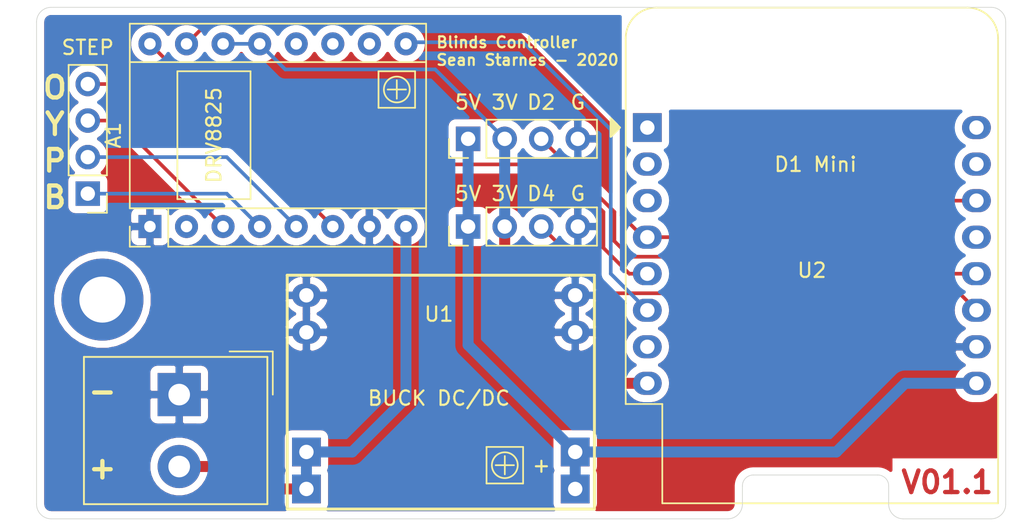
<source format=kicad_pcb>
(kicad_pcb (version 20171130) (host pcbnew "(5.1.6)-1")

  (general
    (thickness 1.6)
    (drawings 35)
    (tracks 65)
    (zones 0)
    (modules 8)
    (nets 25)
  )

  (page A4)
  (title_block
    (title "Blinds Controller")
    (rev v01)
    (comment 2 creativecommons.org/licenses/by/4.0)
    (comment 3 "License: CC BY 4.0")
    (comment 4 "Author: Sean Starnes")
  )

  (layers
    (0 F.Cu signal)
    (31 B.Cu signal)
    (32 B.Adhes user)
    (33 F.Adhes user)
    (34 B.Paste user)
    (35 F.Paste user)
    (36 B.SilkS user)
    (37 F.SilkS user)
    (38 B.Mask user)
    (39 F.Mask user)
    (40 Dwgs.User user)
    (41 Cmts.User user)
    (42 Eco1.User user)
    (43 Eco2.User user)
    (44 Edge.Cuts user)
    (45 Margin user)
    (46 B.CrtYd user)
    (47 F.CrtYd user)
    (48 B.Fab user)
    (49 F.Fab user)
  )

  (setup
    (last_trace_width 0.762)
    (user_trace_width 0.762)
    (trace_clearance 0.254)
    (zone_clearance 0.508)
    (zone_45_only no)
    (trace_min 0.1524)
    (via_size 0.762)
    (via_drill 0.381)
    (via_min_size 0.6858)
    (via_min_drill 0.3302)
    (uvia_size 0.762)
    (uvia_drill 0.381)
    (uvias_allowed no)
    (uvia_min_size 0.6858)
    (uvia_min_drill 0.3302)
    (edge_width 0.05)
    (segment_width 0.2)
    (pcb_text_width 0.3)
    (pcb_text_size 1.5 1.5)
    (mod_edge_width 0.12)
    (mod_text_size 1 1)
    (mod_text_width 0.15)
    (pad_size 1.524 1.524)
    (pad_drill 0.762)
    (pad_to_mask_clearance 0.0508)
    (aux_axis_origin 0 0)
    (visible_elements 7FFFFFFF)
    (pcbplotparams
      (layerselection 0x010fc_ffffffff)
      (usegerberextensions false)
      (usegerberattributes true)
      (usegerberadvancedattributes true)
      (creategerberjobfile true)
      (excludeedgelayer true)
      (linewidth 0.100000)
      (plotframeref false)
      (viasonmask false)
      (mode 1)
      (useauxorigin false)
      (hpglpennumber 1)
      (hpglpenspeed 20)
      (hpglpendiameter 15.000000)
      (psnegative false)
      (psa4output false)
      (plotreference true)
      (plotvalue true)
      (plotinvisibletext false)
      (padsonsilk false)
      (subtractmaskfromsilk false)
      (outputformat 1)
      (mirror false)
      (drillshape 1)
      (scaleselection 1)
      (outputdirectory ""))
  )

  (net 0 "")
  (net 1 GND)
  (net 2 "Net-(A1-Pad9)")
  (net 3 "Net-(A1-Pad2)")
  (net 4 "Net-(A1-Pad10)")
  (net 5 "Net-(A1-Pad3)")
  (net 6 "Net-(A1-Pad11)")
  (net 7 "Net-(A1-Pad4)")
  (net 8 "Net-(A1-Pad12)")
  (net 9 "Net-(A1-Pad5)")
  (net 10 "Net-(A1-Pad13)")
  (net 11 "Net-(A1-Pad6)")
  (net 12 "Net-(A1-Pad15)")
  (net 13 +9V)
  (net 14 "Net-(A1-Pad16)")
  (net 15 "Net-(J1-Pad3)")
  (net 16 "Net-(J1-Pad1)")
  (net 17 "Net-(J2-Pad3)")
  (net 18 "Net-(U2-Pad2)")
  (net 19 "Net-(U2-Pad1)")
  (net 20 "Net-(U2-Pad3)")
  (net 21 "Net-(U2-Pad7)")
  (net 22 "Net-(U2-Pad13)")
  (net 23 "Net-(U2-Pad15)")
  (net 24 "Net-(U2-Pad16)")

  (net_class Default "This is the default net class."
    (clearance 0.254)
    (trace_width 0.254)
    (via_dia 0.762)
    (via_drill 0.381)
    (uvia_dia 0.762)
    (uvia_drill 0.381)
    (add_net +9V)
    (add_net GND)
    (add_net "Net-(A1-Pad10)")
    (add_net "Net-(A1-Pad11)")
    (add_net "Net-(A1-Pad12)")
    (add_net "Net-(A1-Pad13)")
    (add_net "Net-(A1-Pad15)")
    (add_net "Net-(A1-Pad16)")
    (add_net "Net-(A1-Pad2)")
    (add_net "Net-(A1-Pad3)")
    (add_net "Net-(A1-Pad4)")
    (add_net "Net-(A1-Pad5)")
    (add_net "Net-(A1-Pad6)")
    (add_net "Net-(A1-Pad9)")
    (add_net "Net-(J1-Pad1)")
    (add_net "Net-(J1-Pad3)")
    (add_net "Net-(J2-Pad3)")
    (add_net "Net-(U2-Pad1)")
    (add_net "Net-(U2-Pad13)")
    (add_net "Net-(U2-Pad15)")
    (add_net "Net-(U2-Pad16)")
    (add_net "Net-(U2-Pad2)")
    (add_net "Net-(U2-Pad3)")
    (add_net "Net-(U2-Pad7)")
  )

  (module blinds-controller:MP1584EN-DC (layer F.Cu) (tedit 5F441FCB) (tstamp 5F2E3527)
    (at 157.108 118.192)
    (path /5F2F39EF)
    (fp_text reference U1 (at -0.136 -5.416) (layer F.SilkS)
      (effects (font (size 1 1) (thickness 0.15)))
    )
    (fp_text value MP1584EN-DC (at 0 8.89) (layer F.Fab)
      (effects (font (size 1 1) (thickness 0.15)))
    )
    (fp_text user + (at 6.985 5.08) (layer F.SilkS)
      (effects (font (size 1 1) (thickness 0.15)))
    )
    (fp_arc (start -10.0965 0) (end -10.0965 -2.54) (angle 180) (layer F.Fab) (width 0.1016))
    (fp_line (start 10.668 8.128) (end 10.668 -8.128) (layer F.SilkS) (width 0.2032))
    (fp_line (start -10.668 8.128) (end 10.668 8.128) (layer F.SilkS) (width 0.2032))
    (fp_line (start -10.668 -8.128) (end 10.668 -8.128) (layer F.SilkS) (width 0.2032))
    (fp_line (start 10.0965 7.493) (end 10.0965 -7.493) (layer F.Fab) (width 0.1016))
    (fp_line (start -10.0965 7.493) (end -10.0965 -7.493) (layer F.Fab) (width 0.1016))
    (fp_line (start -10.0965 -7.493) (end 10.0965 -7.493) (layer F.Fab) (width 0.1016))
    (fp_line (start -10.0965 7.493) (end 10.0965 7.493) (layer F.Fab) (width 0.1016))
    (fp_line (start -10.668 8.128) (end -10.668 -8.128) (layer F.SilkS) (width 0.2032))
    (fp_line (start 3.175 3.81) (end 5.715 3.81) (layer F.SilkS) (width 0.12))
    (fp_line (start 5.715 3.81) (end 5.715 6.35) (layer F.SilkS) (width 0.12))
    (fp_line (start 5.715 6.35) (end 3.175 6.35) (layer F.SilkS) (width 0.12))
    (fp_line (start 3.175 6.35) (end 3.175 3.81) (layer F.SilkS) (width 0.12))
    (fp_circle (center 4.445 5.08) (end 5.08 5.715) (layer F.SilkS) (width 0.12))
    (fp_line (start 4.445 4.445) (end 4.445 5.715) (layer F.SilkS) (width 0.12))
    (fp_line (start 3.81 5.08) (end 5.08 5.08) (layer F.SilkS) (width 0.12))
    (pad 1 thru_hole oval (at -9.3345 -6.731) (size 2 1.6) (drill 1) (layers *.Cu *.Mask)
      (net 1 GND))
    (pad 2 thru_hole oval (at -9.3345 -4.15925) (size 2 1.6) (drill 1) (layers *.Cu *.Mask)
      (net 1 GND))
    (pad 3 thru_hole rect (at -9.3345 4.15925) (size 2 2) (drill 1) (layers *.Cu *.Mask)
      (net 13 +9V))
    (pad 4 thru_hole rect (at -9.3345 6.731) (size 2 2) (drill 1) (layers *.Cu *.Mask)
      (net 13 +9V))
    (pad 8 thru_hole oval (at 9.3345 -6.731) (size 2 1.6) (drill 1) (layers *.Cu *.Mask)
      (net 1 GND))
    (pad 7 thru_hole oval (at 9.3345 -4.15925) (size 2 1.6) (drill 1) (layers *.Cu *.Mask)
      (net 1 GND))
    (pad 6 thru_hole rect (at 9.3345 4.15925) (size 2 2) (drill 1) (layers *.Cu *.Mask)
      (net 16 "Net-(J1-Pad1)"))
    (pad 5 thru_hole rect (at 9.3345 6.731) (size 2 2) (drill 1) (layers *.Cu *.Mask)
      (net 16 "Net-(J1-Pad1)"))
  )

  (module Connector_PinHeader_2.54mm:PinHeader_1x04_P2.54mm_Vertical (layer F.Cu) (tedit 59FED5CC) (tstamp 5F2E4186)
    (at 159.004 100.584 90)
    (descr "Through hole straight pin header, 1x04, 2.54mm pitch, single row")
    (tags "Through hole pin header THT 1x04 2.54mm single row")
    (path /5F328E97)
    (fp_text reference J1 (at 0 -2.33 90) (layer F.SilkS) hide
      (effects (font (size 1 1) (thickness 0.15)))
    )
    (fp_text value AUX_1 (at 0 9.95 90) (layer F.Fab)
      (effects (font (size 1 1) (thickness 0.15)))
    )
    (fp_line (start -0.635 -1.27) (end 1.27 -1.27) (layer F.Fab) (width 0.1))
    (fp_line (start 1.27 -1.27) (end 1.27 8.89) (layer F.Fab) (width 0.1))
    (fp_line (start 1.27 8.89) (end -1.27 8.89) (layer F.Fab) (width 0.1))
    (fp_line (start -1.27 8.89) (end -1.27 -0.635) (layer F.Fab) (width 0.1))
    (fp_line (start -1.27 -0.635) (end -0.635 -1.27) (layer F.Fab) (width 0.1))
    (fp_line (start -1.33 8.95) (end 1.33 8.95) (layer F.SilkS) (width 0.12))
    (fp_line (start -1.33 1.27) (end -1.33 8.95) (layer F.SilkS) (width 0.12))
    (fp_line (start 1.33 1.27) (end 1.33 8.95) (layer F.SilkS) (width 0.12))
    (fp_line (start -1.33 1.27) (end 1.33 1.27) (layer F.SilkS) (width 0.12))
    (fp_line (start -1.33 0) (end -1.33 -1.33) (layer F.SilkS) (width 0.12))
    (fp_line (start -1.33 -1.33) (end 0 -1.33) (layer F.SilkS) (width 0.12))
    (fp_line (start -1.8 -1.8) (end -1.8 9.4) (layer F.CrtYd) (width 0.05))
    (fp_line (start -1.8 9.4) (end 1.8 9.4) (layer F.CrtYd) (width 0.05))
    (fp_line (start 1.8 9.4) (end 1.8 -1.8) (layer F.CrtYd) (width 0.05))
    (fp_line (start 1.8 -1.8) (end -1.8 -1.8) (layer F.CrtYd) (width 0.05))
    (fp_text user %R (at -0.508 3.876) (layer F.Fab)
      (effects (font (size 1 1) (thickness 0.15)))
    )
    (pad 4 thru_hole oval (at 0 7.62 90) (size 1.7 1.7) (drill 1) (layers *.Cu *.Mask)
      (net 1 GND))
    (pad 3 thru_hole oval (at 0 5.08 90) (size 1.7 1.7) (drill 1) (layers *.Cu *.Mask)
      (net 15 "Net-(J1-Pad3)"))
    (pad 2 thru_hole oval (at 0 2.54 90) (size 1.7 1.7) (drill 1) (layers *.Cu *.Mask)
      (net 10 "Net-(A1-Pad13)"))
    (pad 1 thru_hole rect (at 0 0 90) (size 1.7 1.7) (drill 1) (layers *.Cu *.Mask)
      (net 16 "Net-(J1-Pad1)"))
    (model ${KISYS3DMOD}/Connector_PinHeader_2.54mm.3dshapes/PinHeader_1x04_P2.54mm_Vertical.wrl
      (at (xyz 0 0 0))
      (scale (xyz 1 1 1))
      (rotate (xyz 0 0 0))
    )
  )

  (module Connector_PinHeader_2.54mm:PinHeader_1x04_P2.54mm_Vertical (layer F.Cu) (tedit 59FED5CC) (tstamp 5F2E55E1)
    (at 159.004 106.68 90)
    (descr "Through hole straight pin header, 1x04, 2.54mm pitch, single row")
    (tags "Through hole pin header THT 1x04 2.54mm single row")
    (path /5F327C3E)
    (fp_text reference J2 (at 0 -2.33 90) (layer F.SilkS) hide
      (effects (font (size 1 1) (thickness 0.15)))
    )
    (fp_text value AUX_2 (at 0 9.95 90) (layer F.Fab)
      (effects (font (size 1 1) (thickness 0.15)))
    )
    (fp_line (start 1.8 -1.8) (end -1.8 -1.8) (layer F.CrtYd) (width 0.05))
    (fp_line (start 1.8 9.4) (end 1.8 -1.8) (layer F.CrtYd) (width 0.05))
    (fp_line (start -1.8 9.4) (end 1.8 9.4) (layer F.CrtYd) (width 0.05))
    (fp_line (start -1.8 -1.8) (end -1.8 9.4) (layer F.CrtYd) (width 0.05))
    (fp_line (start -1.33 -1.33) (end 0 -1.33) (layer F.SilkS) (width 0.12))
    (fp_line (start -1.33 0) (end -1.33 -1.33) (layer F.SilkS) (width 0.12))
    (fp_line (start -1.33 1.27) (end 1.33 1.27) (layer F.SilkS) (width 0.12))
    (fp_line (start 1.33 1.27) (end 1.33 8.95) (layer F.SilkS) (width 0.12))
    (fp_line (start -1.33 1.27) (end -1.33 8.95) (layer F.SilkS) (width 0.12))
    (fp_line (start -1.33 8.95) (end 1.33 8.95) (layer F.SilkS) (width 0.12))
    (fp_line (start -1.27 -0.635) (end -0.635 -1.27) (layer F.Fab) (width 0.1))
    (fp_line (start -1.27 8.89) (end -1.27 -0.635) (layer F.Fab) (width 0.1))
    (fp_line (start 1.27 8.89) (end -1.27 8.89) (layer F.Fab) (width 0.1))
    (fp_line (start 1.27 -1.27) (end 1.27 8.89) (layer F.Fab) (width 0.1))
    (fp_line (start -0.635 -1.27) (end 1.27 -1.27) (layer F.Fab) (width 0.1))
    (fp_text user %R (at 0 3.81) (layer F.Fab)
      (effects (font (size 1 1) (thickness 0.15)))
    )
    (pad 1 thru_hole rect (at 0 0 90) (size 1.7 1.7) (drill 1) (layers *.Cu *.Mask)
      (net 16 "Net-(J1-Pad1)"))
    (pad 2 thru_hole oval (at 0 2.54 90) (size 1.7 1.7) (drill 1) (layers *.Cu *.Mask)
      (net 10 "Net-(A1-Pad13)"))
    (pad 3 thru_hole oval (at 0 5.08 90) (size 1.7 1.7) (drill 1) (layers *.Cu *.Mask)
      (net 17 "Net-(J2-Pad3)"))
    (pad 4 thru_hole oval (at 0 7.62 90) (size 1.7 1.7) (drill 1) (layers *.Cu *.Mask)
      (net 1 GND))
    (model ${KISYS3DMOD}/Connector_PinHeader_2.54mm.3dshapes/PinHeader_1x04_P2.54mm_Vertical.wrl
      (at (xyz 0 0 0))
      (scale (xyz 1 1 1))
      (rotate (xyz 0 0 0))
    )
  )

  (module Connector_PinHeader_2.54mm:PinHeader_1x04_P2.54mm_Vertical (layer F.Cu) (tedit 59FED5CC) (tstamp 5F2E439F)
    (at 132.588 104.394 180)
    (descr "Through hole straight pin header, 1x04, 2.54mm pitch, single row")
    (tags "Through hole pin header THT 1x04 2.54mm single row")
    (path /5F36BB98)
    (fp_text reference J3 (at 0 -2.33) (layer F.SilkS) hide
      (effects (font (size 1 1) (thickness 0.15)))
    )
    (fp_text value STEP (at 0 10.16 180) (layer F.Fab)
      (effects (font (size 1 1) (thickness 0.15)))
    )
    (fp_line (start 1.8 -1.8) (end -1.8 -1.8) (layer F.CrtYd) (width 0.05))
    (fp_line (start 1.8 9.4) (end 1.8 -1.8) (layer F.CrtYd) (width 0.05))
    (fp_line (start -1.8 9.4) (end 1.8 9.4) (layer F.CrtYd) (width 0.05))
    (fp_line (start -1.8 -1.8) (end -1.8 9.4) (layer F.CrtYd) (width 0.05))
    (fp_line (start -1.33 -1.33) (end 0 -1.33) (layer F.SilkS) (width 0.12))
    (fp_line (start -1.33 0) (end -1.33 -1.33) (layer F.SilkS) (width 0.12))
    (fp_line (start -1.33 1.27) (end 1.33 1.27) (layer F.SilkS) (width 0.12))
    (fp_line (start 1.33 1.27) (end 1.33 8.95) (layer F.SilkS) (width 0.12))
    (fp_line (start -1.33 1.27) (end -1.33 8.95) (layer F.SilkS) (width 0.12))
    (fp_line (start -1.33 8.95) (end 1.33 8.95) (layer F.SilkS) (width 0.12))
    (fp_line (start -1.27 -0.635) (end -0.635 -1.27) (layer F.Fab) (width 0.1))
    (fp_line (start -1.27 8.89) (end -1.27 -0.635) (layer F.Fab) (width 0.1))
    (fp_line (start 1.27 8.89) (end -1.27 8.89) (layer F.Fab) (width 0.1))
    (fp_line (start 1.27 -1.27) (end 1.27 8.89) (layer F.Fab) (width 0.1))
    (fp_line (start -0.635 -1.27) (end 1.27 -1.27) (layer F.Fab) (width 0.1))
    (fp_text user %R (at 0 3.81 90) (layer F.Fab)
      (effects (font (size 1 1) (thickness 0.15)))
    )
    (pad 1 thru_hole rect (at 0 0 180) (size 1.7 1.7) (drill 1) (layers *.Cu *.Mask)
      (net 7 "Net-(A1-Pad4)"))
    (pad 2 thru_hole oval (at 0 2.54 180) (size 1.7 1.7) (drill 1) (layers *.Cu *.Mask)
      (net 9 "Net-(A1-Pad5)"))
    (pad 3 thru_hole oval (at 0 5.08 180) (size 1.7 1.7) (drill 1) (layers *.Cu *.Mask)
      (net 5 "Net-(A1-Pad3)"))
    (pad 4 thru_hole oval (at 0 7.62 180) (size 1.7 1.7) (drill 1) (layers *.Cu *.Mask)
      (net 11 "Net-(A1-Pad6)"))
    (model ${KISYS3DMOD}/Connector_PinHeader_2.54mm.3dshapes/PinHeader_1x04_P2.54mm_Vertical.wrl
      (at (xyz 0 0 0))
      (scale (xyz 1 1 1))
      (rotate (xyz 0 0 0))
    )
  )

  (module Module:WEMOS_D1_mini_light (layer F.Cu) (tedit 5BBFB1CE) (tstamp 5F2E31F2)
    (at 171.45 99.8)
    (descr "16-pin module, column spacing 22.86 mm (900 mils), https://wiki.wemos.cc/products:d1:d1_mini, https://c1.staticflickr.com/1/734/31400410271_f278b087db_z.jpg")
    (tags "ESP8266 WiFi microcontroller")
    (path /5F2DCDDB)
    (fp_text reference U2 (at 11.43 9.928) (layer F.SilkS)
      (effects (font (size 1 1) (thickness 0.15)))
    )
    (fp_text value WeMos_D1_mini (at 11.7 0) (layer F.Fab)
      (effects (font (size 1 1) (thickness 0.15)))
    )
    (fp_line (start 1.04 19.22) (end 1.04 26.12) (layer F.SilkS) (width 0.12))
    (fp_line (start -1.5 19.22) (end 1.04 19.22) (layer F.SilkS) (width 0.12))
    (fp_line (start -0.37 0) (end -1.37 -1) (layer F.Fab) (width 0.1))
    (fp_line (start -1.37 1) (end -0.37 0) (layer F.Fab) (width 0.1))
    (fp_line (start -1.37 -6.21) (end -1.37 -1) (layer F.Fab) (width 0.1))
    (fp_line (start 1.17 19.09) (end 1.17 25.99) (layer F.Fab) (width 0.1))
    (fp_line (start -1.37 19.09) (end 1.17 19.09) (layer F.Fab) (width 0.1))
    (fp_line (start -1.35 -7.4) (end -0.55 -8.2) (layer Dwgs.User) (width 0.1))
    (fp_line (start -1.3 -5.45) (end 1.45 -8.2) (layer Dwgs.User) (width 0.1))
    (fp_line (start -1.35 -3.4) (end 3.45 -8.2) (layer Dwgs.User) (width 0.1))
    (fp_line (start 22.65 -1.4) (end 24.25 -3) (layer Dwgs.User) (width 0.1))
    (fp_line (start 20.65 -1.4) (end 24.25 -5) (layer Dwgs.User) (width 0.1))
    (fp_line (start 18.65 -1.4) (end 24.25 -7) (layer Dwgs.User) (width 0.1))
    (fp_line (start 16.65 -1.4) (end 23.45 -8.2) (layer Dwgs.User) (width 0.1))
    (fp_line (start 14.65 -1.4) (end 21.45 -8.2) (layer Dwgs.User) (width 0.1))
    (fp_line (start 12.65 -1.4) (end 19.45 -8.2) (layer Dwgs.User) (width 0.1))
    (fp_line (start 10.65 -1.4) (end 17.45 -8.2) (layer Dwgs.User) (width 0.1))
    (fp_line (start 8.65 -1.4) (end 15.45 -8.2) (layer Dwgs.User) (width 0.1))
    (fp_line (start 6.65 -1.4) (end 13.45 -8.2) (layer Dwgs.User) (width 0.1))
    (fp_line (start 4.65 -1.4) (end 11.45 -8.2) (layer Dwgs.User) (width 0.1))
    (fp_line (start 2.65 -1.4) (end 9.45 -8.2) (layer Dwgs.User) (width 0.1))
    (fp_line (start 0.65 -1.4) (end 7.45 -8.2) (layer Dwgs.User) (width 0.1))
    (fp_line (start -1.35 -1.4) (end 5.45 -8.2) (layer Dwgs.User) (width 0.1))
    (fp_line (start -1.35 -8.2) (end -1.35 -1.4) (layer Dwgs.User) (width 0.1))
    (fp_line (start 24.25 -8.2) (end -1.35 -8.2) (layer Dwgs.User) (width 0.1))
    (fp_line (start 24.25 -1.4) (end 24.25 -8.2) (layer Dwgs.User) (width 0.1))
    (fp_line (start -1.35 -1.4) (end 24.25 -1.4) (layer Dwgs.User) (width 0.1))
    (fp_poly (pts (xy -2.54 -0.635) (xy -2.54 0.635) (xy -1.905 0)) (layer F.SilkS) (width 0.15))
    (fp_line (start -1.62 26.24) (end -1.62 -8.46) (layer F.CrtYd) (width 0.05))
    (fp_line (start 24.48 26.24) (end -1.62 26.24) (layer F.CrtYd) (width 0.05))
    (fp_line (start 24.48 -8.41) (end 24.48 26.24) (layer F.CrtYd) (width 0.05))
    (fp_line (start -1.62 -8.46) (end 24.48 -8.46) (layer F.CrtYd) (width 0.05))
    (fp_line (start -1.37 1) (end -1.37 19.09) (layer F.Fab) (width 0.1))
    (fp_line (start 22.23 -8.21) (end 0.63 -8.21) (layer F.Fab) (width 0.1))
    (fp_line (start 24.23 25.99) (end 24.23 -6.21) (layer F.Fab) (width 0.1))
    (fp_line (start 1.17 25.99) (end 24.23 25.99) (layer F.Fab) (width 0.1))
    (fp_line (start 22.24 -8.34) (end 0.63 -8.34) (layer F.SilkS) (width 0.12))
    (fp_line (start 24.36 26.12) (end 24.36 -6.21) (layer F.SilkS) (width 0.12))
    (fp_line (start -1.5 19.22) (end -1.5 -6.21) (layer F.SilkS) (width 0.12))
    (fp_line (start 1.04 26.12) (end 24.36 26.12) (layer F.SilkS) (width 0.12))
    (fp_text user %R (at 11.43 10) (layer F.Fab)
      (effects (font (size 1 1) (thickness 0.15)))
    )
    (fp_arc (start 0.63 -6.21) (end 0.63 -8.21) (angle -90) (layer F.Fab) (width 0.1))
    (fp_arc (start 22.23 -6.21) (end 24.23 -6.19) (angle -90) (layer F.Fab) (width 0.1))
    (fp_arc (start 0.63 -6.21) (end 0.63 -8.34) (angle -90) (layer F.SilkS) (width 0.12))
    (fp_arc (start 22.23 -6.21) (end 24.36 -6.21) (angle -90) (layer F.SilkS) (width 0.12))
    (fp_text user "KEEP OUT" (at 11.43 -6.35) (layer Cmts.User)
      (effects (font (size 1 1) (thickness 0.15)))
    )
    (fp_text user "No copper" (at 11.43 -3.81) (layer Cmts.User)
      (effects (font (size 1 1) (thickness 0.15)))
    )
    (pad 2 thru_hole oval (at 0 2.54) (size 2 1.6) (drill 1) (layers *.Cu *.Mask)
      (net 18 "Net-(U2-Pad2)"))
    (pad 1 thru_hole rect (at 0 0) (size 2 2) (drill 1) (layers *.Cu *.Mask)
      (net 19 "Net-(U2-Pad1)"))
    (pad 3 thru_hole oval (at 0 5.08) (size 2 1.6) (drill 1) (layers *.Cu *.Mask)
      (net 20 "Net-(U2-Pad3)"))
    (pad 4 thru_hole oval (at 0 7.62) (size 2 1.6) (drill 1) (layers *.Cu *.Mask)
      (net 12 "Net-(A1-Pad15)"))
    (pad 5 thru_hole oval (at 0 10.16) (size 2 1.6) (drill 1) (layers *.Cu *.Mask)
      (net 14 "Net-(A1-Pad16)"))
    (pad 6 thru_hole oval (at 0 12.7) (size 2 1.6) (drill 1) (layers *.Cu *.Mask)
      (net 2 "Net-(A1-Pad9)"))
    (pad 7 thru_hole oval (at 0 15.24) (size 2 1.6) (drill 1) (layers *.Cu *.Mask)
      (net 21 "Net-(U2-Pad7)"))
    (pad 8 thru_hole oval (at 0 17.78) (size 2 1.6) (drill 1) (layers *.Cu *.Mask)
      (net 10 "Net-(A1-Pad13)"))
    (pad 9 thru_hole oval (at 22.86 17.78) (size 2 1.6) (drill 1) (layers *.Cu *.Mask)
      (net 16 "Net-(J1-Pad1)"))
    (pad 10 thru_hole oval (at 22.86 15.24) (size 2 1.6) (drill 1) (layers *.Cu *.Mask)
      (net 1 GND))
    (pad 11 thru_hole oval (at 22.86 12.7) (size 2 1.6) (drill 1) (layers *.Cu *.Mask)
      (net 17 "Net-(J2-Pad3)"))
    (pad 12 thru_hole oval (at 22.86 10.16) (size 2 1.6) (drill 1) (layers *.Cu *.Mask)
      (net 15 "Net-(J1-Pad3)"))
    (pad 13 thru_hole oval (at 22.86 7.62) (size 2 1.6) (drill 1) (layers *.Cu *.Mask)
      (net 22 "Net-(U2-Pad13)"))
    (pad 14 thru_hole oval (at 22.86 5.08) (size 2 1.6) (drill 1) (layers *.Cu *.Mask)
      (net 12 "Net-(A1-Pad15)"))
    (pad 15 thru_hole oval (at 22.86 2.54) (size 2 1.6) (drill 1) (layers *.Cu *.Mask)
      (net 23 "Net-(U2-Pad15)"))
    (pad 16 thru_hole oval (at 22.86 0) (size 2 1.6) (drill 1) (layers *.Cu *.Mask)
      (net 24 "Net-(U2-Pad16)"))
    (model ${KISYS3DMOD}/Module.3dshapes/WEMOS_D1_mini_light.wrl
      (at (xyz 0 0 0))
      (scale (xyz 1 1 1))
      (rotate (xyz 0 0 0))
    )
    (model ${KISYS3DMOD}/Connector_PinHeader_2.54mm.3dshapes/PinHeader_1x08_P2.54mm_Vertical.wrl
      (offset (xyz 0 0 9.5))
      (scale (xyz 1 1 1))
      (rotate (xyz 0 -180 0))
    )
    (model ${KISYS3DMOD}/Connector_PinHeader_2.54mm.3dshapes/PinHeader_1x08_P2.54mm_Vertical.wrl
      (offset (xyz 22.86 0 9.5))
      (scale (xyz 1 1 1))
      (rotate (xyz 0 -180 0))
    )
    (model ${KISYS3DMOD}/Connector_PinSocket_2.54mm.3dshapes/PinSocket_1x08_P2.54mm_Vertical.wrl
      (at (xyz 0 0 0))
      (scale (xyz 1 1 1))
      (rotate (xyz 0 0 0))
    )
    (model ${KISYS3DMOD}/Connector_PinSocket_2.54mm.3dshapes/PinSocket_1x08_P2.54mm_Vertical.wrl
      (offset (xyz 22.86 0 0))
      (scale (xyz 1 1 1))
      (rotate (xyz 0 0 0))
    )
  )

  (module TerminalBlock_Altech:Altech_AK300_1x02_P5.00mm_45-Degree (layer F.Cu) (tedit 5C27907F) (tstamp 5F2E39D4)
    (at 138.938 118.364 270)
    (descr "Altech AK300 serie terminal block (Script generated with StandardBox.py) (http://www.altechcorp.com/PDFS/PCBMETRC.PDF)")
    (tags "Altech AK300 serie connector")
    (path /5F36DFE1)
    (fp_text reference J4 (at 0 -7.2 90) (layer F.SilkS) hide
      (effects (font (size 1 1) (thickness 0.15)))
    )
    (fp_text value Screw_Terminal_01x02 (at 8.48 0.066 180) (layer F.Fab)
      (effects (font (size 1 1) (thickness 0.15)))
    )
    (fp_line (start -2 -6) (end 7.5 -6) (layer F.Fab) (width 0.1))
    (fp_line (start 7.5 -6) (end 7.5 6.5) (layer F.Fab) (width 0.1))
    (fp_line (start 7.5 6.5) (end -2.5 6.5) (layer F.Fab) (width 0.1))
    (fp_line (start -2.5 6.5) (end -2.5 -5.5) (layer F.Fab) (width 0.1))
    (fp_line (start -2.5 -5.5) (end -2 -6) (layer F.Fab) (width 0.1))
    (fp_line (start -3 -3.5) (end -3 -6.5) (layer F.SilkS) (width 0.12))
    (fp_line (start -3 -6.5) (end 0 -6.5) (layer F.SilkS) (width 0.12))
    (fp_line (start -2.62 -6.12) (end 7.62 -6.12) (layer F.SilkS) (width 0.12))
    (fp_line (start 7.62 -6.12) (end 7.62 6.62) (layer F.SilkS) (width 0.12))
    (fp_line (start -2.62 6.62) (end 7.62 6.62) (layer F.SilkS) (width 0.12))
    (fp_line (start -2.62 -6.12) (end -2.62 6.62) (layer F.SilkS) (width 0.12))
    (fp_line (start -2.62 -6.12) (end 7.62 -6.12) (layer F.SilkS) (width 0.12))
    (fp_line (start 7.62 -6.12) (end 7.62 6.62) (layer F.SilkS) (width 0.12))
    (fp_line (start -2.62 6.62) (end 7.62 6.62) (layer F.SilkS) (width 0.12))
    (fp_line (start -2.62 -6.12) (end -2.62 6.62) (layer F.SilkS) (width 0.12))
    (fp_line (start -2.75 -6.25) (end 7.75 -6.25) (layer F.CrtYd) (width 0.05))
    (fp_line (start 7.75 -6.25) (end 7.75 6.75) (layer F.CrtYd) (width 0.05))
    (fp_line (start -2.75 6.75) (end 7.75 6.75) (layer F.CrtYd) (width 0.05))
    (fp_line (start -2.75 -6.25) (end -2.75 6.75) (layer F.CrtYd) (width 0.05))
    (fp_text user %R (at 2.5 0.25 90) (layer F.Fab)
      (effects (font (size 1 1) (thickness 0.15)))
    )
    (pad 1 thru_hole rect (at 0 0 270) (size 3 3) (drill 1.5) (layers *.Cu *.Mask)
      (net 1 GND))
    (pad 2 thru_hole circle (at 5 0 270) (size 3 3) (drill 1.5) (layers *.Cu *.Mask)
      (net 13 +9V))
    (model ${KISYS3DMOD}/TerminalBlock_Altech.3dshapes/Altech_AK300_1x02_P5.00mm_45-Degree.wrl
      (at (xyz 0 0 0))
      (scale (xyz 1 1 1))
      (rotate (xyz 0 0 0))
    )
  )

  (module MountingHole:MountingHole_3.2mm_M3_ISO7380_Pad (layer F.Cu) (tedit 56D1B4CB) (tstamp 5F448369)
    (at 133.604 111.76)
    (descr "Mounting Hole 3.2mm, M3, ISO7380")
    (tags "mounting hole 3.2mm m3 iso7380")
    (path /5F445556)
    (attr virtual)
    (fp_text reference H1 (at 4.826 0) (layer F.SilkS) hide
      (effects (font (size 1 1) (thickness 0.15)))
    )
    (fp_text value MountingHole (at 3.048 3.85) (layer F.Fab)
      (effects (font (size 1 1) (thickness 0.15)))
    )
    (fp_circle (center 0 0) (end 3.1 0) (layer F.CrtYd) (width 0.05))
    (fp_circle (center 0 0) (end 2.85 0) (layer Cmts.User) (width 0.15))
    (fp_text user %R (at 0.3 0) (layer F.Fab)
      (effects (font (size 1 1) (thickness 0.15)))
    )
    (pad 1 thru_hole circle (at 0 0) (size 5.7 5.7) (drill 3.2) (layers *.Cu *.Mask))
  )

  (module blinds-controller:DRV8825 (layer F.Cu) (tedit 5F4426AC) (tstamp 5F44A071)
    (at 136.906 106.68 90)
    (descr "Pololu Breakout 16-pin 15.2x20.3mm 0.6x0.8\\")
    (tags "Pololu Breakout")
    (path /5F449F07)
    (fp_text reference A1 (at 6.35 -2.54 90) (layer F.SilkS)
      (effects (font (size 1 1) (thickness 0.15)))
    )
    (fp_text value DRV8825 (at 6.35 20.17 90) (layer F.Fab)
      (effects (font (size 1 1) (thickness 0.15)))
    )
    (fp_line (start 1.905 1.905) (end 1.905 6.985) (layer F.SilkS) (width 0.12))
    (fp_line (start 10.795 1.905) (end 10.795 6.985) (layer F.SilkS) (width 0.12))
    (fp_line (start 10.795 18.415) (end 10.795 15.875) (layer F.SilkS) (width 0.12))
    (fp_line (start 8.255 18.415) (end 10.795 18.415) (layer F.SilkS) (width 0.12))
    (fp_line (start 8.255 15.875) (end 8.255 18.415) (layer F.SilkS) (width 0.12))
    (fp_line (start 10.795 15.875) (end 8.255 15.875) (layer F.SilkS) (width 0.12))
    (fp_line (start 10.795 6.985) (end 1.905 6.985) (layer F.SilkS) (width 0.12))
    (fp_line (start 10.795 1.905) (end 1.905 1.905) (layer F.SilkS) (width 0.12))
    (fp_line (start 8.89 17.145) (end 10.16 17.145) (layer F.SilkS) (width 0.12))
    (fp_line (start 9.525 17.78) (end 9.525 16.51) (layer F.SilkS) (width 0.12))
    (fp_circle (center 9.525 17.145) (end 10.16 17.78) (layer F.SilkS) (width 0.12))
    (fp_line (start 11.43 -1.4) (end 11.43 19.18) (layer F.SilkS) (width 0.12))
    (fp_line (start 1.27 1.27) (end 1.27 19.18) (layer F.SilkS) (width 0.12))
    (fp_line (start 0 -1.4) (end -1.4 -1.4) (layer F.SilkS) (width 0.12))
    (fp_line (start -1.4 -1.4) (end -1.4 0) (layer F.SilkS) (width 0.12))
    (fp_line (start 1.27 -1.4) (end 1.27 1.27) (layer F.SilkS) (width 0.12))
    (fp_line (start 1.27 1.27) (end -1.4 1.27) (layer F.SilkS) (width 0.12))
    (fp_line (start -1.4 1.27) (end -1.4 19.18) (layer F.SilkS) (width 0.12))
    (fp_line (start -1.4 19.18) (end 14.1 19.18) (layer F.SilkS) (width 0.12))
    (fp_line (start 14.1 19.18) (end 14.1 -1.4) (layer F.SilkS) (width 0.12))
    (fp_line (start 14.1 -1.4) (end 1.27 -1.4) (layer F.SilkS) (width 0.12))
    (fp_line (start -1.27 0) (end 0 -1.27) (layer F.Fab) (width 0.1))
    (fp_line (start 0 -1.27) (end 13.97 -1.27) (layer F.Fab) (width 0.1))
    (fp_line (start 13.97 -1.27) (end 13.97 19.05) (layer F.Fab) (width 0.1))
    (fp_line (start 13.97 19.05) (end -1.27 19.05) (layer F.Fab) (width 0.1))
    (fp_line (start -1.27 19.05) (end -1.27 0) (layer F.Fab) (width 0.1))
    (fp_line (start -1.53 -1.52) (end 14.21 -1.52) (layer F.CrtYd) (width 0.05))
    (fp_line (start -1.53 -1.52) (end -1.53 19.3) (layer F.CrtYd) (width 0.05))
    (fp_line (start 14.21 19.3) (end 14.21 -1.52) (layer F.CrtYd) (width 0.05))
    (fp_line (start 14.21 19.3) (end -1.53 19.3) (layer F.CrtYd) (width 0.05))
    (fp_text user %R (at 6.35 -2.54 90) (layer F.Fab)
      (effects (font (size 1 1) (thickness 0.15)))
    )
    (fp_text user DRV8825 (at 6.35 4.445 90) (layer F.SilkS)
      (effects (font (size 1 1) (thickness 0.15)))
    )
    (pad 1 thru_hole rect (at 0 0 90) (size 1.6 1.6) (drill 0.8) (layers *.Cu *.Mask)
      (net 1 GND))
    (pad 9 thru_hole oval (at 12.7 17.78 90) (size 1.6 1.6) (drill 0.8) (layers *.Cu *.Mask)
      (net 2 "Net-(A1-Pad9)"))
    (pad 2 thru_hole oval (at 0 2.54 90) (size 1.6 1.6) (drill 0.8) (layers *.Cu *.Mask)
      (net 3 "Net-(A1-Pad2)"))
    (pad 10 thru_hole oval (at 12.7 15.24 90) (size 1.6 1.6) (drill 0.8) (layers *.Cu *.Mask)
      (net 4 "Net-(A1-Pad10)"))
    (pad 3 thru_hole oval (at 0 5.08 90) (size 1.6 1.6) (drill 0.8) (layers *.Cu *.Mask)
      (net 5 "Net-(A1-Pad3)"))
    (pad 11 thru_hole oval (at 12.7 12.7 90) (size 1.6 1.6) (drill 0.8) (layers *.Cu *.Mask)
      (net 6 "Net-(A1-Pad11)"))
    (pad 4 thru_hole oval (at 0 7.62 90) (size 1.6 1.6) (drill 0.8) (layers *.Cu *.Mask)
      (net 7 "Net-(A1-Pad4)"))
    (pad 12 thru_hole oval (at 12.7 10.16 90) (size 1.6 1.6) (drill 0.8) (layers *.Cu *.Mask)
      (net 8 "Net-(A1-Pad12)"))
    (pad 5 thru_hole oval (at 0 10.16 90) (size 1.6 1.6) (drill 0.8) (layers *.Cu *.Mask)
      (net 9 "Net-(A1-Pad5)"))
    (pad 13 thru_hole oval (at 12.7 7.62 90) (size 1.6 1.6) (drill 0.8) (layers *.Cu *.Mask)
      (net 10 "Net-(A1-Pad13)"))
    (pad 6 thru_hole oval (at 0 12.7 90) (size 1.6 1.6) (drill 0.8) (layers *.Cu *.Mask)
      (net 11 "Net-(A1-Pad6)"))
    (pad 14 thru_hole oval (at 12.7 5.08 90) (size 1.6 1.6) (drill 0.8) (layers *.Cu *.Mask)
      (net 10 "Net-(A1-Pad13)"))
    (pad 7 thru_hole oval (at 0 15.24 90) (size 1.6 1.6) (drill 0.8) (layers *.Cu *.Mask)
      (net 1 GND))
    (pad 15 thru_hole oval (at 12.7 2.54 90) (size 1.6 1.6) (drill 0.8) (layers *.Cu *.Mask)
      (net 12 "Net-(A1-Pad15)"))
    (pad 8 thru_hole oval (at 0 17.78 90) (size 1.6 1.6) (drill 0.8) (layers *.Cu *.Mask)
      (net 13 +9V))
    (pad 16 thru_hole oval (at 12.7 0 90) (size 1.6 1.6) (drill 0.8) (layers *.Cu *.Mask)
      (net 14 "Net-(A1-Pad16)"))
    (model ${KISYS3DMOD}/Module.3dshapes/Pololu_Breakout-16_15.2x20.3mm.wrl
      (at (xyz 0 0 0))
      (scale (xyz 1 1 1))
      (rotate (xyz 0 0 0))
    )
  )

  (gr_arc (start 187.452 124.714) (end 188.214 124.714) (angle -90) (layer Edge.Cuts) (width 0.05))
  (gr_arc (start 178.816 124.714) (end 178.816 123.952) (angle -90) (layer Edge.Cuts) (width 0.05))
  (gr_line (start 195.326 127) (end 189.23 127) (layer Edge.Cuts) (width 0.05) (tstamp 5F44A544))
  (gr_line (start 188.214 124.714) (end 188.214 125.984) (layer Edge.Cuts) (width 0.05) (tstamp 5F44A51D))
  (gr_line (start 178.816 123.952) (end 187.452 123.952) (layer Edge.Cuts) (width 0.05))
  (gr_line (start 178.054 125.984) (end 178.054 124.714) (layer Edge.Cuts) (width 0.05))
  (gr_arc (start 189.23 125.984) (end 188.214 125.984) (angle -90) (layer Edge.Cuts) (width 0.05))
  (gr_arc (start 177.038 125.984) (end 177.038 127) (angle -90) (layer Edge.Cuts) (width 0.05))
  (gr_arc (start 195.326 92.456) (end 196.342 92.456) (angle -90) (layer Edge.Cuts) (width 0.05))
  (gr_arc (start 195.326 125.984) (end 195.326 127) (angle -90) (layer Edge.Cuts) (width 0.05))
  (gr_arc (start 130.048 125.984) (end 129.032 125.984) (angle -90) (layer Edge.Cuts) (width 0.05))
  (gr_arc (start 130.048 92.456) (end 130.048 91.44) (angle -90) (layer Edge.Cuts) (width 0.05))
  (gr_text V01.1 (at 192.278 124.46) (layer F.Cu)
    (effects (font (size 1.5 1.5) (thickness 0.3)))
  )
  (gr_text "Blinds Controller\nSean Starnes - 2020" (at 156.718 94.488) (layer F.SilkS)
    (effects (font (size 0.762 0.762) (thickness 0.15)) (justify left))
  )
  (gr_text "BUCK DC/DC" (at 156.972 118.618) (layer F.SilkS)
    (effects (font (size 1 1) (thickness 0.15)))
  )
  (gr_text "D1 Mini" (at 183.134 102.362) (layer F.SilkS)
    (effects (font (size 1 1) (thickness 0.15)))
  )
  (gr_text STEP (at 132.588 94.234) (layer F.SilkS)
    (effects (font (size 1 1) (thickness 0.15)))
  )
  (gr_text G (at 166.624 104.394) (layer F.SilkS)
    (effects (font (size 1 1) (thickness 0.15)))
  )
  (gr_text G (at 166.624 98.044) (layer F.SilkS)
    (effects (font (size 1 1) (thickness 0.15)))
  )
  (gr_text D4 (at 164.084 104.394) (layer F.SilkS)
    (effects (font (size 1 1) (thickness 0.15)))
  )
  (gr_text 3V (at 161.544 104.394) (layer F.SilkS)
    (effects (font (size 1 1) (thickness 0.15)))
  )
  (gr_text 5V (at 159.004 104.394) (layer F.SilkS)
    (effects (font (size 1 1) (thickness 0.15)))
  )
  (gr_text 3V (at 161.544 98.044) (layer F.SilkS)
    (effects (font (size 1 1) (thickness 0.15)))
  )
  (gr_text 5V (at 159.004 98.044) (layer F.SilkS)
    (effects (font (size 1 1) (thickness 0.15)))
  )
  (gr_text D2 (at 164.084 98.044) (layer F.SilkS)
    (effects (font (size 1 1) (thickness 0.15)))
  )
  (gr_text - (at 133.604 118.11) (layer F.SilkS)
    (effects (font (size 1.5 1.5) (thickness 0.3)) (justify mirror))
  )
  (gr_text + (at 133.604 123.444) (layer F.SilkS)
    (effects (font (size 1.5 1.5) (thickness 0.3)) (justify mirror))
  )
  (gr_text O (at 130.302 97.028) (layer F.SilkS)
    (effects (font (size 1.5 1.5) (thickness 0.3)))
  )
  (gr_text Y (at 130.302 99.568) (layer F.SilkS)
    (effects (font (size 1.5 1.5) (thickness 0.3)))
  )
  (gr_text P (at 130.302 102.108) (layer F.SilkS)
    (effects (font (size 1.5 1.5) (thickness 0.3)))
  )
  (gr_text B (at 130.302 104.648) (layer F.SilkS)
    (effects (font (size 1.5 1.5) (thickness 0.3)))
  )
  (gr_line (start 130.048 127) (end 177.038 127) (layer Edge.Cuts) (width 0.05))
  (gr_line (start 196.342 92.456) (end 196.342 125.984) (layer Edge.Cuts) (width 0.05))
  (gr_line (start 130.048 91.44) (end 195.326 91.44) (layer Edge.Cuts) (width 0.05))
  (gr_line (start 129.032 125.984) (end 129.032 92.456) (layer Edge.Cuts) (width 0.05))

  (segment (start 171.428 112.522) (end 171.45 112.5) (width 0.254) (layer B.Cu) (net 2))
  (segment (start 162.834198 93.87) (end 168.91 99.945802) (width 0.254) (layer B.Cu) (net 2))
  (segment (start 168.91 109.96) (end 171.45 112.5) (width 0.254) (layer B.Cu) (net 2))
  (segment (start 168.91 99.945802) (end 168.91 109.96) (width 0.254) (layer B.Cu) (net 2))
  (segment (start 154.796 93.87) (end 154.686 93.98) (width 0.254) (layer B.Cu) (net 2))
  (segment (start 162.834198 93.87) (end 154.796 93.87) (width 0.254) (layer B.Cu) (net 2))
  (segment (start 134.62 99.314) (end 141.986 106.68) (width 0.254) (layer F.Cu) (net 5))
  (segment (start 132.588 99.314) (end 134.62 99.314) (width 0.254) (layer F.Cu) (net 5))
  (segment (start 142.24 104.394) (end 132.588 104.394) (width 0.254) (layer B.Cu) (net 7))
  (segment (start 144.526 106.68) (end 142.24 104.394) (width 0.254) (layer B.Cu) (net 7))
  (segment (start 142.24 101.854) (end 132.588 101.854) (width 0.254) (layer B.Cu) (net 9))
  (segment (start 147.066 106.68) (end 142.24 101.854) (width 0.254) (layer B.Cu) (net 9))
  (segment (start 159.512 100.584) (end 159.357802 100.584) (width 0.254) (layer B.Cu) (net 16))
  (segment (start 139.7 96.774) (end 132.588 96.774) (width 0.254) (layer F.Cu) (net 11))
  (segment (start 149.606 106.68) (end 139.7 96.774) (width 0.254) (layer F.Cu) (net 11))
  (segment (start 171.45 107.42) (end 189.208 107.42) (width 0.254) (layer F.Cu) (net 12))
  (segment (start 191.748 104.88) (end 194.31 104.88) (width 0.254) (layer F.Cu) (net 12))
  (segment (start 189.208 107.42) (end 191.748 104.88) (width 0.254) (layer F.Cu) (net 12))
  (segment (start 141.206 92.22) (end 139.446 93.98) (width 0.254) (layer F.Cu) (net 12))
  (segment (start 141.206 92.202) (end 141.206 92.22) (width 0.254) (layer F.Cu) (net 12))
  (segment (start 147.7735 122.35125) (end 147.7735 124.923) (width 0.762) (layer B.Cu) (net 13))
  (segment (start 161.544 106.68) (end 161.544 114.046) (width 0.762) (layer F.Cu) (net 10))
  (segment (start 165.078 117.58) (end 171.45 117.58) (width 0.762) (layer F.Cu) (net 10))
  (segment (start 161.544 114.046) (end 165.078 117.58) (width 0.762) (layer F.Cu) (net 10))
  (segment (start 161.544 106.68) (end 161.544 100.584) (width 0.762) (layer B.Cu) (net 10))
  (segment (start 156.718 95.758) (end 161.544 100.584) (width 0.254) (layer B.Cu) (net 10))
  (segment (start 144.526 93.98) (end 146.304 95.758) (width 0.254) (layer B.Cu) (net 10))
  (segment (start 146.304 95.758) (end 156.718 95.758) (width 0.254) (layer B.Cu) (net 10))
  (segment (start 144.526 93.98) (end 141.986 93.98) (width 0.254) (layer B.Cu) (net 10))
  (segment (start 171.45 107.42) (end 171.174 107.42) (width 0.254) (layer F.Cu) (net 12))
  (segment (start 171.174 107.42) (end 169.672 105.918) (width 0.254) (layer F.Cu) (net 12))
  (segment (start 169.672 105.918) (end 169.672 99.314) (width 0.254) (layer F.Cu) (net 12))
  (segment (start 169.672 99.314) (end 162.56 92.202) (width 0.254) (layer F.Cu) (net 12))
  (segment (start 141.206 92.202) (end 162.56 92.202) (width 0.254) (layer F.Cu) (net 12))
  (segment (start 154.686 118.618) (end 154.686 106.68) (width 0.762) (layer B.Cu) (net 13))
  (segment (start 150.95275 122.35125) (end 154.686 118.618) (width 0.762) (layer B.Cu) (net 13))
  (segment (start 147.7735 122.35125) (end 150.95275 122.35125) (width 0.762) (layer B.Cu) (net 13))
  (segment (start 138.938 123.364) (end 142.668 123.364) (width 0.762) (layer F.Cu) (net 13))
  (segment (start 144.227 124.923) (end 147.7735 124.923) (width 0.762) (layer F.Cu) (net 13))
  (segment (start 142.668 123.364) (end 144.227 124.923) (width 0.762) (layer F.Cu) (net 13))
  (segment (start 138.684 95.758) (end 136.906 93.98) (width 0.254) (layer F.Cu) (net 14))
  (segment (start 148.336 102.362) (end 141.732 95.758) (width 0.254) (layer F.Cu) (net 14))
  (segment (start 170.196 109.96) (end 168.402 108.166) (width 0.254) (layer F.Cu) (net 14))
  (segment (start 171.45 109.96) (end 170.196 109.96) (width 0.254) (layer F.Cu) (net 14))
  (segment (start 141.732 95.758) (end 138.684 95.758) (width 0.254) (layer F.Cu) (net 14))
  (segment (start 168.402 108.166) (end 168.402 105.664) (width 0.254) (layer F.Cu) (net 14))
  (segment (start 168.402 105.664) (end 165.1 102.362) (width 0.254) (layer F.Cu) (net 14))
  (segment (start 148.336 102.362) (end 165.1 102.362) (width 0.254) (layer F.Cu) (net 14))
  (segment (start 173.29499 108.77899) (end 170.24699 108.77899) (width 0.254) (layer F.Cu) (net 15))
  (segment (start 194.31 109.96) (end 174.476 109.96) (width 0.254) (layer F.Cu) (net 15))
  (segment (start 174.476 109.96) (end 173.29499 108.77899) (width 0.254) (layer F.Cu) (net 15))
  (segment (start 170.24699 108.77899) (end 169.16399 107.69599) (width 0.254) (layer F.Cu) (net 15))
  (segment (start 169.16399 105.66399) (end 164.084 100.584) (width 0.254) (layer F.Cu) (net 15))
  (segment (start 169.16399 107.69599) (end 169.16399 105.66399) (width 0.254) (layer F.Cu) (net 15))
  (segment (start 166.4425 122.35125) (end 166.4425 124.923) (width 0.762) (layer B.Cu) (net 16))
  (segment (start 159.004 114.91275) (end 166.4425 122.35125) (width 0.762) (layer B.Cu) (net 16))
  (segment (start 159.004 106.68) (end 159.004 114.91275) (width 0.762) (layer B.Cu) (net 16))
  (segment (start 189.3525 117.58) (end 194.31 117.58) (width 0.762) (layer B.Cu) (net 16))
  (segment (start 166.4425 122.35125) (end 184.58125 122.35125) (width 0.762) (layer B.Cu) (net 16))
  (segment (start 184.58125 122.35125) (end 189.3525 117.58) (width 0.762) (layer B.Cu) (net 16))
  (segment (start 159.004 106.68) (end 159.004 100.584) (width 0.762) (layer B.Cu) (net 16))
  (segment (start 193.12899 111.31899) (end 194.31 112.5) (width 0.254) (layer F.Cu) (net 17))
  (segment (start 164.084 106.68) (end 168.72299 111.31899) (width 0.254) (layer F.Cu) (net 17))
  (segment (start 168.72299 111.31899) (end 193.12899 111.31899) (width 0.254) (layer F.Cu) (net 17))
  (segment (start 171.472 104.902) (end 171.45 104.88) (width 0.254) (layer F.Cu) (net 20))

  (zone (net 0) (net_name "") (layers F&B.Cu) (tstamp 0) (hatch edge 0.508)
    (connect_pads (clearance 0.508))
    (min_thickness 0.254)
    (keepout (tracks not_allowed) (vias not_allowed) (copperpour not_allowed))
    (fill (arc_segments 32) (thermal_gap 0.508) (thermal_bridge_width 0.508))
    (polygon
      (pts
        (xy 197.104 98.552) (xy 169.672 98.552) (xy 169.672 91.186) (xy 197.104 91.186)
      )
    )
  )
  (zone (net 1) (net_name GND) (layer B.Cu) (tstamp 5F2E88ED) (hatch edge 0.508)
    (connect_pads (clearance 0.508))
    (min_thickness 0.254)
    (fill yes (arc_segments 32) (thermal_gap 0.508) (thermal_bridge_width 0.508))
    (polygon
      (pts
        (xy 197.612 127.508) (xy 126.492 127.508) (xy 126.492 90.932) (xy 197.612 90.932)
      )
    )
    (filled_polygon
      (pts
        (xy 169.545 98.552) (xy 169.54744 98.576776) (xy 169.554667 98.600601) (xy 169.566403 98.622557) (xy 169.582197 98.641803)
        (xy 169.601443 98.657597) (xy 169.623399 98.669333) (xy 169.647224 98.67656) (xy 169.672 98.679) (xy 169.823845 98.679)
        (xy 169.811928 98.8) (xy 169.811928 100.8) (xy 169.824188 100.924482) (xy 169.860498 101.04418) (xy 169.919463 101.154494)
        (xy 169.998815 101.251185) (xy 170.095506 101.330537) (xy 170.183476 101.377559) (xy 170.051068 101.538899) (xy 169.917818 101.788192)
        (xy 169.835764 102.058691) (xy 169.808057 102.34) (xy 169.835764 102.621309) (xy 169.917818 102.891808) (xy 170.051068 103.141101)
        (xy 170.230392 103.359608) (xy 170.448899 103.538932) (xy 170.581858 103.61) (xy 170.448899 103.681068) (xy 170.230392 103.860392)
        (xy 170.051068 104.078899) (xy 169.917818 104.328192) (xy 169.835764 104.598691) (xy 169.808057 104.88) (xy 169.835764 105.161309)
        (xy 169.917818 105.431808) (xy 170.051068 105.681101) (xy 170.230392 105.899608) (xy 170.448899 106.078932) (xy 170.581858 106.15)
        (xy 170.448899 106.221068) (xy 170.230392 106.400392) (xy 170.051068 106.618899) (xy 169.917818 106.868192) (xy 169.835764 107.138691)
        (xy 169.808057 107.42) (xy 169.835764 107.701309) (xy 169.917818 107.971808) (xy 170.051068 108.221101) (xy 170.230392 108.439608)
        (xy 170.448899 108.618932) (xy 170.581858 108.69) (xy 170.448899 108.761068) (xy 170.230392 108.940392) (xy 170.051068 109.158899)
        (xy 169.917818 109.408192) (xy 169.835764 109.678691) (xy 169.824158 109.796528) (xy 169.672 109.64437) (xy 169.672 99.983225)
        (xy 169.675686 99.945802) (xy 169.66887 99.876598) (xy 169.660974 99.796424) (xy 169.617402 99.652787) (xy 169.546646 99.520411)
        (xy 169.546645 99.520409) (xy 169.497281 99.46026) (xy 169.451422 99.40438) (xy 169.422347 99.380519) (xy 163.399482 93.357654)
        (xy 163.37562 93.328578) (xy 163.25959 93.233355) (xy 163.127213 93.162598) (xy 162.983576 93.119026) (xy 162.871624 93.108)
        (xy 162.871621 93.108) (xy 162.834198 93.104314) (xy 162.796775 93.108) (xy 155.829208 93.108) (xy 155.800637 93.065241)
        (xy 155.600759 92.865363) (xy 155.365727 92.70832) (xy 155.104574 92.600147) (xy 154.827335 92.545) (xy 154.544665 92.545)
        (xy 154.267426 92.600147) (xy 154.006273 92.70832) (xy 153.771241 92.865363) (xy 153.571363 93.065241) (xy 153.416 93.297759)
        (xy 153.260637 93.065241) (xy 153.060759 92.865363) (xy 152.825727 92.70832) (xy 152.564574 92.600147) (xy 152.287335 92.545)
        (xy 152.004665 92.545) (xy 151.727426 92.600147) (xy 151.466273 92.70832) (xy 151.231241 92.865363) (xy 151.031363 93.065241)
        (xy 150.876 93.297759) (xy 150.720637 93.065241) (xy 150.520759 92.865363) (xy 150.285727 92.70832) (xy 150.024574 92.600147)
        (xy 149.747335 92.545) (xy 149.464665 92.545) (xy 149.187426 92.600147) (xy 148.926273 92.70832) (xy 148.691241 92.865363)
        (xy 148.491363 93.065241) (xy 148.336 93.297759) (xy 148.180637 93.065241) (xy 147.980759 92.865363) (xy 147.745727 92.70832)
        (xy 147.484574 92.600147) (xy 147.207335 92.545) (xy 146.924665 92.545) (xy 146.647426 92.600147) (xy 146.386273 92.70832)
        (xy 146.151241 92.865363) (xy 145.951363 93.065241) (xy 145.796 93.297759) (xy 145.640637 93.065241) (xy 145.440759 92.865363)
        (xy 145.205727 92.70832) (xy 144.944574 92.600147) (xy 144.667335 92.545) (xy 144.384665 92.545) (xy 144.107426 92.600147)
        (xy 143.846273 92.70832) (xy 143.611241 92.865363) (xy 143.411363 93.065241) (xy 143.309293 93.218) (xy 143.202707 93.218)
        (xy 143.100637 93.065241) (xy 142.900759 92.865363) (xy 142.665727 92.70832) (xy 142.404574 92.600147) (xy 142.127335 92.545)
        (xy 141.844665 92.545) (xy 141.567426 92.600147) (xy 141.306273 92.70832) (xy 141.071241 92.865363) (xy 140.871363 93.065241)
        (xy 140.716 93.297759) (xy 140.560637 93.065241) (xy 140.360759 92.865363) (xy 140.125727 92.70832) (xy 139.864574 92.600147)
        (xy 139.587335 92.545) (xy 139.304665 92.545) (xy 139.027426 92.600147) (xy 138.766273 92.70832) (xy 138.531241 92.865363)
        (xy 138.331363 93.065241) (xy 138.176 93.297759) (xy 138.020637 93.065241) (xy 137.820759 92.865363) (xy 137.585727 92.70832)
        (xy 137.324574 92.600147) (xy 137.047335 92.545) (xy 136.764665 92.545) (xy 136.487426 92.600147) (xy 136.226273 92.70832)
        (xy 135.991241 92.865363) (xy 135.791363 93.065241) (xy 135.63432 93.300273) (xy 135.526147 93.561426) (xy 135.471 93.838665)
        (xy 135.471 94.121335) (xy 135.526147 94.398574) (xy 135.63432 94.659727) (xy 135.791363 94.894759) (xy 135.991241 95.094637)
        (xy 136.226273 95.25168) (xy 136.487426 95.359853) (xy 136.764665 95.415) (xy 137.047335 95.415) (xy 137.324574 95.359853)
        (xy 137.585727 95.25168) (xy 137.820759 95.094637) (xy 138.020637 94.894759) (xy 138.176 94.662241) (xy 138.331363 94.894759)
        (xy 138.531241 95.094637) (xy 138.766273 95.25168) (xy 139.027426 95.359853) (xy 139.304665 95.415) (xy 139.587335 95.415)
        (xy 139.864574 95.359853) (xy 140.125727 95.25168) (xy 140.360759 95.094637) (xy 140.560637 94.894759) (xy 140.716 94.662241)
        (xy 140.871363 94.894759) (xy 141.071241 95.094637) (xy 141.306273 95.25168) (xy 141.567426 95.359853) (xy 141.844665 95.415)
        (xy 142.127335 95.415) (xy 142.404574 95.359853) (xy 142.665727 95.25168) (xy 142.900759 95.094637) (xy 143.100637 94.894759)
        (xy 143.202707 94.742) (xy 143.309293 94.742) (xy 143.411363 94.894759) (xy 143.611241 95.094637) (xy 143.846273 95.25168)
        (xy 144.107426 95.359853) (xy 144.384665 95.415) (xy 144.667335 95.415) (xy 144.847527 95.379157) (xy 145.738716 96.270346)
        (xy 145.762578 96.299422) (xy 145.813049 96.340842) (xy 145.878607 96.394645) (xy 145.949364 96.432465) (xy 146.010985 96.465402)
        (xy 146.154622 96.508974) (xy 146.266574 96.52) (xy 146.266577 96.52) (xy 146.304 96.523686) (xy 146.341423 96.52)
        (xy 156.40237 96.52) (xy 158.978298 99.095928) (xy 158.154 99.095928) (xy 158.029518 99.108188) (xy 157.90982 99.144498)
        (xy 157.799506 99.203463) (xy 157.702815 99.282815) (xy 157.623463 99.379506) (xy 157.564498 99.48982) (xy 157.528188 99.609518)
        (xy 157.515928 99.734) (xy 157.515928 101.434) (xy 157.528188 101.558482) (xy 157.564498 101.67818) (xy 157.623463 101.788494)
        (xy 157.702815 101.885185) (xy 157.799506 101.964537) (xy 157.90982 102.023502) (xy 157.988001 102.047218) (xy 157.988 105.216782)
        (xy 157.90982 105.240498) (xy 157.799506 105.299463) (xy 157.702815 105.378815) (xy 157.623463 105.475506) (xy 157.564498 105.58582)
        (xy 157.528188 105.705518) (xy 157.515928 105.83) (xy 157.515928 107.53) (xy 157.528188 107.654482) (xy 157.564498 107.77418)
        (xy 157.623463 107.884494) (xy 157.702815 107.981185) (xy 157.799506 108.060537) (xy 157.90982 108.119502) (xy 157.988 108.143218)
        (xy 157.988001 114.862838) (xy 157.983085 114.91275) (xy 158.002702 115.11192) (xy 158.010742 115.138423) (xy 158.060799 115.303437)
        (xy 158.155141 115.47994) (xy 158.282105 115.634646) (xy 158.320868 115.666458) (xy 164.804428 122.150019) (xy 164.804428 123.35125)
        (xy 164.816688 123.475732) (xy 164.852998 123.59543) (xy 164.875285 123.637125) (xy 164.852998 123.67882) (xy 164.816688 123.798518)
        (xy 164.804428 123.923) (xy 164.804428 125.923) (xy 164.816688 126.047482) (xy 164.852998 126.16718) (xy 164.911963 126.277494)
        (xy 164.96326 126.34) (xy 149.25274 126.34) (xy 149.304037 126.277494) (xy 149.363002 126.16718) (xy 149.399312 126.047482)
        (xy 149.411572 125.923) (xy 149.411572 123.923) (xy 149.399312 123.798518) (xy 149.363002 123.67882) (xy 149.340715 123.637125)
        (xy 149.363002 123.59543) (xy 149.399312 123.475732) (xy 149.409996 123.36725) (xy 150.902848 123.36725) (xy 150.95275 123.372165)
        (xy 151.002652 123.36725) (xy 151.151921 123.352548) (xy 151.343437 123.294452) (xy 151.51994 123.20011) (xy 151.674646 123.073146)
        (xy 151.706462 123.034378) (xy 155.369133 119.371708) (xy 155.407896 119.339896) (xy 155.53486 119.18519) (xy 155.629202 119.008687)
        (xy 155.687298 118.817171) (xy 155.702 118.667902) (xy 155.702 118.667901) (xy 155.706915 118.618) (xy 155.702 118.568098)
        (xy 155.702 107.693396) (xy 155.800637 107.594759) (xy 155.95768 107.359727) (xy 156.065853 107.098574) (xy 156.121 106.821335)
        (xy 156.121 106.538665) (xy 156.065853 106.261426) (xy 155.95768 106.000273) (xy 155.800637 105.765241) (xy 155.600759 105.565363)
        (xy 155.365727 105.40832) (xy 155.104574 105.300147) (xy 154.827335 105.245) (xy 154.544665 105.245) (xy 154.267426 105.300147)
        (xy 154.006273 105.40832) (xy 153.771241 105.565363) (xy 153.571363 105.765241) (xy 153.41432 106.000273) (xy 153.409933 106.010865)
        (xy 153.298385 105.824869) (xy 153.109414 105.616481) (xy 152.88342 105.448963) (xy 152.629087 105.328754) (xy 152.495039 105.288096)
        (xy 152.273 105.410085) (xy 152.273 106.553) (xy 152.293 106.553) (xy 152.293 106.807) (xy 152.273 106.807)
        (xy 152.273 107.949915) (xy 152.495039 108.071904) (xy 152.629087 108.031246) (xy 152.88342 107.911037) (xy 153.109414 107.743519)
        (xy 153.298385 107.535131) (xy 153.409933 107.349135) (xy 153.41432 107.359727) (xy 153.571363 107.594759) (xy 153.670001 107.693397)
        (xy 153.67 118.197159) (xy 150.53191 121.33525) (xy 149.409996 121.33525) (xy 149.399312 121.226768) (xy 149.363002 121.10707)
        (xy 149.304037 120.996756) (xy 149.224685 120.900065) (xy 149.127994 120.820713) (xy 149.01768 120.761748) (xy 148.897982 120.725438)
        (xy 148.7735 120.713178) (xy 146.7735 120.713178) (xy 146.649018 120.725438) (xy 146.52932 120.761748) (xy 146.419006 120.820713)
        (xy 146.322315 120.900065) (xy 146.242963 120.996756) (xy 146.183998 121.10707) (xy 146.147688 121.226768) (xy 146.135428 121.35125)
        (xy 146.135428 123.35125) (xy 146.147688 123.475732) (xy 146.183998 123.59543) (xy 146.206285 123.637125) (xy 146.183998 123.67882)
        (xy 146.147688 123.798518) (xy 146.135428 123.923) (xy 146.135428 125.923) (xy 146.147688 126.047482) (xy 146.183998 126.16718)
        (xy 146.242963 126.277494) (xy 146.29426 126.34) (xy 130.080281 126.34) (xy 129.979469 126.330115) (xy 129.913542 126.310211)
        (xy 129.852745 126.277885) (xy 129.799382 126.234362) (xy 129.755485 126.1813) (xy 129.722734 126.120727) (xy 129.702372 126.054947)
        (xy 129.692 125.956269) (xy 129.692 123.153721) (xy 136.803 123.153721) (xy 136.803 123.574279) (xy 136.885047 123.986756)
        (xy 137.045988 124.375302) (xy 137.279637 124.724983) (xy 137.577017 125.022363) (xy 137.926698 125.256012) (xy 138.315244 125.416953)
        (xy 138.727721 125.499) (xy 139.148279 125.499) (xy 139.560756 125.416953) (xy 139.949302 125.256012) (xy 140.298983 125.022363)
        (xy 140.596363 124.724983) (xy 140.830012 124.375302) (xy 140.990953 123.986756) (xy 141.073 123.574279) (xy 141.073 123.153721)
        (xy 140.990953 122.741244) (xy 140.830012 122.352698) (xy 140.596363 122.003017) (xy 140.298983 121.705637) (xy 139.949302 121.471988)
        (xy 139.560756 121.311047) (xy 139.148279 121.229) (xy 138.727721 121.229) (xy 138.315244 121.311047) (xy 137.926698 121.471988)
        (xy 137.577017 121.705637) (xy 137.279637 122.003017) (xy 137.045988 122.352698) (xy 136.885047 122.741244) (xy 136.803 123.153721)
        (xy 129.692 123.153721) (xy 129.692 119.864) (xy 136.799928 119.864) (xy 136.812188 119.988482) (xy 136.848498 120.10818)
        (xy 136.907463 120.218494) (xy 136.986815 120.315185) (xy 137.083506 120.394537) (xy 137.19382 120.453502) (xy 137.313518 120.489812)
        (xy 137.438 120.502072) (xy 138.65225 120.499) (xy 138.811 120.34025) (xy 138.811 118.491) (xy 139.065 118.491)
        (xy 139.065 120.34025) (xy 139.22375 120.499) (xy 140.438 120.502072) (xy 140.562482 120.489812) (xy 140.68218 120.453502)
        (xy 140.792494 120.394537) (xy 140.889185 120.315185) (xy 140.968537 120.218494) (xy 141.027502 120.10818) (xy 141.063812 119.988482)
        (xy 141.076072 119.864) (xy 141.073 118.64975) (xy 140.91425 118.491) (xy 139.065 118.491) (xy 138.811 118.491)
        (xy 136.96175 118.491) (xy 136.803 118.64975) (xy 136.799928 119.864) (xy 129.692 119.864) (xy 129.692 116.864)
        (xy 136.799928 116.864) (xy 136.803 118.07825) (xy 136.96175 118.237) (xy 138.811 118.237) (xy 138.811 116.38775)
        (xy 139.065 116.38775) (xy 139.065 118.237) (xy 140.91425 118.237) (xy 141.073 118.07825) (xy 141.076072 116.864)
        (xy 141.063812 116.739518) (xy 141.027502 116.61982) (xy 140.968537 116.509506) (xy 140.889185 116.412815) (xy 140.792494 116.333463)
        (xy 140.68218 116.274498) (xy 140.562482 116.238188) (xy 140.438 116.225928) (xy 139.22375 116.229) (xy 139.065 116.38775)
        (xy 138.811 116.38775) (xy 138.65225 116.229) (xy 137.438 116.225928) (xy 137.313518 116.238188) (xy 137.19382 116.274498)
        (xy 137.083506 116.333463) (xy 136.986815 116.412815) (xy 136.907463 116.509506) (xy 136.848498 116.61982) (xy 136.812188 116.739518)
        (xy 136.799928 116.864) (xy 129.692 116.864) (xy 129.692 111.416758) (xy 130.119 111.416758) (xy 130.119 112.103242)
        (xy 130.252927 112.776537) (xy 130.515633 113.410766) (xy 130.897024 113.981558) (xy 131.382442 114.466976) (xy 131.953234 114.848367)
        (xy 132.587463 115.111073) (xy 133.260758 115.245) (xy 133.947242 115.245) (xy 134.620537 115.111073) (xy 135.254766 114.848367)
        (xy 135.825558 114.466976) (xy 135.910745 114.381789) (xy 146.181596 114.381789) (xy 146.192056 114.43948) (xy 146.297949 114.701171)
        (xy 146.452861 114.937175) (xy 146.650838 115.138423) (xy 146.884273 115.29718) (xy 147.144194 115.407346) (xy 147.420613 115.464687)
        (xy 147.6465 115.312224) (xy 147.6465 114.15975) (xy 147.9005 114.15975) (xy 147.9005 115.312224) (xy 148.126387 115.464687)
        (xy 148.402806 115.407346) (xy 148.662727 115.29718) (xy 148.896162 115.138423) (xy 149.094139 114.937175) (xy 149.249051 114.701171)
        (xy 149.354944 114.43948) (xy 149.365404 114.381789) (xy 149.243415 114.15975) (xy 147.9005 114.15975) (xy 147.6465 114.15975)
        (xy 146.303585 114.15975) (xy 146.181596 114.381789) (xy 135.910745 114.381789) (xy 136.310976 113.981558) (xy 136.692367 113.410766)
        (xy 136.955073 112.776537) (xy 137.089 112.103242) (xy 137.089 111.810039) (xy 146.181596 111.810039) (xy 146.192056 111.86773)
        (xy 146.297949 112.129421) (xy 146.452861 112.365425) (xy 146.650838 112.566673) (xy 146.884273 112.72543) (xy 146.934869 112.746875)
        (xy 146.884273 112.76832) (xy 146.650838 112.927077) (xy 146.452861 113.128325) (xy 146.297949 113.364329) (xy 146.192056 113.62602)
        (xy 146.181596 113.683711) (xy 146.303585 113.90575) (xy 147.6465 113.90575) (xy 147.6465 112.753276) (xy 147.637016 112.746875)
        (xy 147.6465 112.740474) (xy 147.6465 111.588) (xy 147.9005 111.588) (xy 147.9005 112.740474) (xy 147.909984 112.746875)
        (xy 147.9005 112.753276) (xy 147.9005 113.90575) (xy 149.243415 113.90575) (xy 149.365404 113.683711) (xy 149.354944 113.62602)
        (xy 149.249051 113.364329) (xy 149.094139 113.128325) (xy 148.896162 112.927077) (xy 148.662727 112.76832) (xy 148.612131 112.746875)
        (xy 148.662727 112.72543) (xy 148.896162 112.566673) (xy 149.094139 112.365425) (xy 149.249051 112.129421) (xy 149.354944 111.86773)
        (xy 149.365404 111.810039) (xy 149.243415 111.588) (xy 147.9005 111.588) (xy 147.6465 111.588) (xy 146.303585 111.588)
        (xy 146.181596 111.810039) (xy 137.089 111.810039) (xy 137.089 111.416758) (xy 137.028372 111.111961) (xy 146.181596 111.111961)
        (xy 146.303585 111.334) (xy 147.6465 111.334) (xy 147.6465 110.181526) (xy 147.9005 110.181526) (xy 147.9005 111.334)
        (xy 149.243415 111.334) (xy 149.365404 111.111961) (xy 149.354944 111.05427) (xy 149.249051 110.792579) (xy 149.094139 110.556575)
        (xy 148.896162 110.355327) (xy 148.662727 110.19657) (xy 148.402806 110.086404) (xy 148.126387 110.029063) (xy 147.9005 110.181526)
        (xy 147.6465 110.181526) (xy 147.420613 110.029063) (xy 147.144194 110.086404) (xy 146.884273 110.19657) (xy 146.650838 110.355327)
        (xy 146.452861 110.556575) (xy 146.297949 110.792579) (xy 146.192056 111.05427) (xy 146.181596 111.111961) (xy 137.028372 111.111961)
        (xy 136.955073 110.743463) (xy 136.692367 110.109234) (xy 136.310976 109.538442) (xy 135.825558 109.053024) (xy 135.254766 108.671633)
        (xy 134.620537 108.408927) (xy 133.947242 108.275) (xy 133.260758 108.275) (xy 132.587463 108.408927) (xy 131.953234 108.671633)
        (xy 131.382442 109.053024) (xy 130.897024 109.538442) (xy 130.515633 110.109234) (xy 130.252927 110.743463) (xy 130.119 111.416758)
        (xy 129.692 111.416758) (xy 129.692 107.48) (xy 135.467928 107.48) (xy 135.480188 107.604482) (xy 135.516498 107.72418)
        (xy 135.575463 107.834494) (xy 135.654815 107.931185) (xy 135.751506 108.010537) (xy 135.86182 108.069502) (xy 135.981518 108.105812)
        (xy 136.106 108.118072) (xy 136.62025 108.115) (xy 136.779 107.95625) (xy 136.779 106.807) (xy 135.62975 106.807)
        (xy 135.471 106.96575) (xy 135.467928 107.48) (xy 129.692 107.48) (xy 129.692 103.544) (xy 131.099928 103.544)
        (xy 131.099928 105.244) (xy 131.112188 105.368482) (xy 131.148498 105.48818) (xy 131.207463 105.598494) (xy 131.286815 105.695185)
        (xy 131.383506 105.774537) (xy 131.49382 105.833502) (xy 131.613518 105.869812) (xy 131.738 105.882072) (xy 133.438 105.882072)
        (xy 133.459038 105.88) (xy 135.467928 105.88) (xy 135.471 106.39425) (xy 135.62975 106.553) (xy 136.779 106.553)
        (xy 136.779 105.40375) (xy 136.62025 105.245) (xy 136.106 105.241928) (xy 135.981518 105.254188) (xy 135.86182 105.290498)
        (xy 135.751506 105.349463) (xy 135.654815 105.428815) (xy 135.575463 105.525506) (xy 135.516498 105.63582) (xy 135.480188 105.755518)
        (xy 135.467928 105.88) (xy 133.459038 105.88) (xy 133.562482 105.869812) (xy 133.68218 105.833502) (xy 133.792494 105.774537)
        (xy 133.889185 105.695185) (xy 133.968537 105.598494) (xy 134.027502 105.48818) (xy 134.063812 105.368482) (xy 134.076072 105.244)
        (xy 134.076072 105.156) (xy 141.92437 105.156) (xy 142.01337 105.245) (xy 141.844665 105.245) (xy 141.567426 105.300147)
        (xy 141.306273 105.40832) (xy 141.071241 105.565363) (xy 140.871363 105.765241) (xy 140.716 105.997759) (xy 140.560637 105.765241)
        (xy 140.360759 105.565363) (xy 140.125727 105.40832) (xy 139.864574 105.300147) (xy 139.587335 105.245) (xy 139.304665 105.245)
        (xy 139.027426 105.300147) (xy 138.766273 105.40832) (xy 138.531241 105.565363) (xy 138.332643 105.763961) (xy 138.331812 105.755518)
        (xy 138.295502 105.63582) (xy 138.236537 105.525506) (xy 138.157185 105.428815) (xy 138.060494 105.349463) (xy 137.95018 105.290498)
        (xy 137.830482 105.254188) (xy 137.706 105.241928) (xy 137.19175 105.245) (xy 137.033 105.40375) (xy 137.033 106.553)
        (xy 137.053 106.553) (xy 137.053 106.807) (xy 137.033 106.807) (xy 137.033 107.95625) (xy 137.19175 108.115)
        (xy 137.706 108.118072) (xy 137.830482 108.105812) (xy 137.95018 108.069502) (xy 138.060494 108.010537) (xy 138.157185 107.931185)
        (xy 138.236537 107.834494) (xy 138.295502 107.72418) (xy 138.331812 107.604482) (xy 138.332643 107.596039) (xy 138.531241 107.794637)
        (xy 138.766273 107.95168) (xy 139.027426 108.059853) (xy 139.304665 108.115) (xy 139.587335 108.115) (xy 139.864574 108.059853)
        (xy 140.125727 107.95168) (xy 140.360759 107.794637) (xy 140.560637 107.594759) (xy 140.716 107.362241) (xy 140.871363 107.594759)
        (xy 141.071241 107.794637) (xy 141.306273 107.95168) (xy 141.567426 108.059853) (xy 141.844665 108.115) (xy 142.127335 108.115)
        (xy 142.404574 108.059853) (xy 142.665727 107.95168) (xy 142.900759 107.794637) (xy 143.100637 107.594759) (xy 143.256 107.362241)
        (xy 143.411363 107.594759) (xy 143.611241 107.794637) (xy 143.846273 107.95168) (xy 144.107426 108.059853) (xy 144.384665 108.115)
        (xy 144.667335 108.115) (xy 144.944574 108.059853) (xy 145.205727 107.95168) (xy 145.440759 107.794637) (xy 145.640637 107.594759)
        (xy 145.796 107.362241) (xy 145.951363 107.594759) (xy 146.151241 107.794637) (xy 146.386273 107.95168) (xy 146.647426 108.059853)
        (xy 146.924665 108.115) (xy 147.207335 108.115) (xy 147.484574 108.059853) (xy 147.745727 107.95168) (xy 147.980759 107.794637)
        (xy 148.180637 107.594759) (xy 148.336 107.362241) (xy 148.491363 107.594759) (xy 148.691241 107.794637) (xy 148.926273 107.95168)
        (xy 149.187426 108.059853) (xy 149.464665 108.115) (xy 149.747335 108.115) (xy 150.024574 108.059853) (xy 150.285727 107.95168)
        (xy 150.520759 107.794637) (xy 150.720637 107.594759) (xy 150.87768 107.359727) (xy 150.882067 107.349135) (xy 150.993615 107.535131)
        (xy 151.182586 107.743519) (xy 151.40858 107.911037) (xy 151.662913 108.031246) (xy 151.796961 108.071904) (xy 152.019 107.949915)
        (xy 152.019 106.807) (xy 151.999 106.807) (xy 151.999 106.553) (xy 152.019 106.553) (xy 152.019 105.410085)
        (xy 151.796961 105.288096) (xy 151.662913 105.328754) (xy 151.40858 105.448963) (xy 151.182586 105.616481) (xy 150.993615 105.824869)
        (xy 150.882067 106.010865) (xy 150.87768 106.000273) (xy 150.720637 105.765241) (xy 150.520759 105.565363) (xy 150.285727 105.40832)
        (xy 150.024574 105.300147) (xy 149.747335 105.245) (xy 149.464665 105.245) (xy 149.187426 105.300147) (xy 148.926273 105.40832)
        (xy 148.691241 105.565363) (xy 148.491363 105.765241) (xy 148.336 105.997759) (xy 148.180637 105.765241) (xy 147.980759 105.565363)
        (xy 147.745727 105.40832) (xy 147.484574 105.300147) (xy 147.207335 105.245) (xy 146.924665 105.245) (xy 146.744473 105.280843)
        (xy 142.805284 101.341654) (xy 142.781422 101.312578) (xy 142.665392 101.217355) (xy 142.533015 101.146598) (xy 142.389378 101.103026)
        (xy 142.277426 101.092) (xy 142.277423 101.092) (xy 142.24 101.088314) (xy 142.202577 101.092) (xy 133.864842 101.092)
        (xy 133.741475 100.907368) (xy 133.534632 100.700525) (xy 133.36024 100.584) (xy 133.534632 100.467475) (xy 133.741475 100.260632)
        (xy 133.90399 100.017411) (xy 134.015932 99.747158) (xy 134.073 99.46026) (xy 134.073 99.16774) (xy 134.015932 98.880842)
        (xy 133.90399 98.610589) (xy 133.741475 98.367368) (xy 133.534632 98.160525) (xy 133.36024 98.044) (xy 133.534632 97.927475)
        (xy 133.741475 97.720632) (xy 133.90399 97.477411) (xy 134.015932 97.207158) (xy 134.073 96.92026) (xy 134.073 96.62774)
        (xy 134.015932 96.340842) (xy 133.90399 96.070589) (xy 133.741475 95.827368) (xy 133.534632 95.620525) (xy 133.291411 95.45801)
        (xy 133.021158 95.346068) (xy 132.73426 95.289) (xy 132.44174 95.289) (xy 132.154842 95.346068) (xy 131.884589 95.45801)
        (xy 131.641368 95.620525) (xy 131.434525 95.827368) (xy 131.27201 96.070589) (xy 131.160068 96.340842) (xy 131.103 96.62774)
        (xy 131.103 96.92026) (xy 131.160068 97.207158) (xy 131.27201 97.477411) (xy 131.434525 97.720632) (xy 131.641368 97.927475)
        (xy 131.81576 98.044) (xy 131.641368 98.160525) (xy 131.434525 98.367368) (xy 131.27201 98.610589) (xy 131.160068 98.880842)
        (xy 131.103 99.16774) (xy 131.103 99.46026) (xy 131.160068 99.747158) (xy 131.27201 100.017411) (xy 131.434525 100.260632)
        (xy 131.641368 100.467475) (xy 131.81576 100.584) (xy 131.641368 100.700525) (xy 131.434525 100.907368) (xy 131.27201 101.150589)
        (xy 131.160068 101.420842) (xy 131.103 101.70774) (xy 131.103 102.00026) (xy 131.160068 102.287158) (xy 131.27201 102.557411)
        (xy 131.434525 102.800632) (xy 131.56638 102.932487) (xy 131.49382 102.954498) (xy 131.383506 103.013463) (xy 131.286815 103.092815)
        (xy 131.207463 103.189506) (xy 131.148498 103.29982) (xy 131.112188 103.419518) (xy 131.099928 103.544) (xy 129.692 103.544)
        (xy 129.692 92.488281) (xy 129.701885 92.387467) (xy 129.721789 92.321543) (xy 129.754115 92.260745) (xy 129.797639 92.207381)
        (xy 129.850696 92.163488) (xy 129.911271 92.130734) (xy 129.977053 92.110372) (xy 130.07573 92.1) (xy 169.545 92.1)
      )
    )
    (filled_polygon
      (pts
        (xy 167.050078 99.16351) (xy 166.98089 99.142524) (xy 166.751 99.263845) (xy 166.751 100.457) (xy 167.944814 100.457)
        (xy 168.065481 100.227109) (xy 168.038986 100.152418) (xy 168.148 100.261432) (xy 168.148001 109.922567) (xy 168.144314 109.96)
        (xy 168.159027 110.109378) (xy 168.202599 110.253015) (xy 168.273355 110.385392) (xy 168.344721 110.472351) (xy 168.368579 110.501422)
        (xy 168.397649 110.525279) (xy 169.895182 112.022813) (xy 169.835764 112.218691) (xy 169.808057 112.5) (xy 169.835764 112.781309)
        (xy 169.917818 113.051808) (xy 170.051068 113.301101) (xy 170.230392 113.519608) (xy 170.448899 113.698932) (xy 170.581858 113.77)
        (xy 170.448899 113.841068) (xy 170.230392 114.020392) (xy 170.051068 114.238899) (xy 169.917818 114.488192) (xy 169.835764 114.758691)
        (xy 169.808057 115.04) (xy 169.835764 115.321309) (xy 169.917818 115.591808) (xy 170.051068 115.841101) (xy 170.230392 116.059608)
        (xy 170.448899 116.238932) (xy 170.581858 116.31) (xy 170.448899 116.381068) (xy 170.230392 116.560392) (xy 170.051068 116.778899)
        (xy 169.917818 117.028192) (xy 169.835764 117.298691) (xy 169.808057 117.58) (xy 169.835764 117.861309) (xy 169.917818 118.131808)
        (xy 170.051068 118.381101) (xy 170.230392 118.599608) (xy 170.448899 118.778932) (xy 170.698192 118.912182) (xy 170.968691 118.994236)
        (xy 171.179508 119.015) (xy 171.720492 119.015) (xy 171.931309 118.994236) (xy 172.201808 118.912182) (xy 172.451101 118.778932)
        (xy 172.669608 118.599608) (xy 172.848932 118.381101) (xy 172.982182 118.131808) (xy 173.064236 117.861309) (xy 173.091943 117.58)
        (xy 173.064236 117.298691) (xy 172.982182 117.028192) (xy 172.848932 116.778899) (xy 172.669608 116.560392) (xy 172.451101 116.381068)
        (xy 172.318142 116.31) (xy 172.451101 116.238932) (xy 172.669608 116.059608) (xy 172.848932 115.841101) (xy 172.982182 115.591808)
        (xy 173.064236 115.321309) (xy 173.091943 115.04) (xy 173.064236 114.758691) (xy 172.982182 114.488192) (xy 172.848932 114.238899)
        (xy 172.669608 114.020392) (xy 172.451101 113.841068) (xy 172.318142 113.77) (xy 172.451101 113.698932) (xy 172.669608 113.519608)
        (xy 172.848932 113.301101) (xy 172.982182 113.051808) (xy 173.064236 112.781309) (xy 173.091943 112.5) (xy 173.064236 112.218691)
        (xy 172.982182 111.948192) (xy 172.848932 111.698899) (xy 172.669608 111.480392) (xy 172.451101 111.301068) (xy 172.318142 111.23)
        (xy 172.451101 111.158932) (xy 172.669608 110.979608) (xy 172.848932 110.761101) (xy 172.982182 110.511808) (xy 173.064236 110.241309)
        (xy 173.091943 109.96) (xy 173.064236 109.678691) (xy 172.982182 109.408192) (xy 172.848932 109.158899) (xy 172.669608 108.940392)
        (xy 172.451101 108.761068) (xy 172.318142 108.69) (xy 172.451101 108.618932) (xy 172.669608 108.439608) (xy 172.848932 108.221101)
        (xy 172.982182 107.971808) (xy 173.064236 107.701309) (xy 173.091943 107.42) (xy 173.064236 107.138691) (xy 172.982182 106.868192)
        (xy 172.848932 106.618899) (xy 172.669608 106.400392) (xy 172.451101 106.221068) (xy 172.318142 106.15) (xy 172.451101 106.078932)
        (xy 172.669608 105.899608) (xy 172.848932 105.681101) (xy 172.982182 105.431808) (xy 173.064236 105.161309) (xy 173.091943 104.88)
        (xy 173.064236 104.598691) (xy 172.982182 104.328192) (xy 172.848932 104.078899) (xy 172.669608 103.860392) (xy 172.451101 103.681068)
        (xy 172.318142 103.61) (xy 172.451101 103.538932) (xy 172.669608 103.359608) (xy 172.848932 103.141101) (xy 172.982182 102.891808)
        (xy 173.064236 102.621309) (xy 173.091943 102.34) (xy 173.064236 102.058691) (xy 172.982182 101.788192) (xy 172.848932 101.538899)
        (xy 172.716524 101.377559) (xy 172.804494 101.330537) (xy 172.901185 101.251185) (xy 172.980537 101.154494) (xy 173.039502 101.04418)
        (xy 173.075812 100.924482) (xy 173.088072 100.8) (xy 173.088072 98.8) (xy 173.076155 98.679) (xy 193.213939 98.679)
        (xy 193.090392 98.780392) (xy 192.911068 98.998899) (xy 192.777818 99.248192) (xy 192.695764 99.518691) (xy 192.668057 99.8)
        (xy 192.695764 100.081309) (xy 192.777818 100.351808) (xy 192.911068 100.601101) (xy 193.090392 100.819608) (xy 193.308899 100.998932)
        (xy 193.441858 101.07) (xy 193.308899 101.141068) (xy 193.090392 101.320392) (xy 192.911068 101.538899) (xy 192.777818 101.788192)
        (xy 192.695764 102.058691) (xy 192.668057 102.34) (xy 192.695764 102.621309) (xy 192.777818 102.891808) (xy 192.911068 103.141101)
        (xy 193.090392 103.359608) (xy 193.308899 103.538932) (xy 193.441858 103.61) (xy 193.308899 103.681068) (xy 193.090392 103.860392)
        (xy 192.911068 104.078899) (xy 192.777818 104.328192) (xy 192.695764 104.598691) (xy 192.668057 104.88) (xy 192.695764 105.161309)
        (xy 192.777818 105.431808) (xy 192.911068 105.681101) (xy 193.090392 105.899608) (xy 193.308899 106.078932) (xy 193.441858 106.15)
        (xy 193.308899 106.221068) (xy 193.090392 106.400392) (xy 192.911068 106.618899) (xy 192.777818 106.868192) (xy 192.695764 107.138691)
        (xy 192.668057 107.42) (xy 192.695764 107.701309) (xy 192.777818 107.971808) (xy 192.911068 108.221101) (xy 193.090392 108.439608)
        (xy 193.308899 108.618932) (xy 193.441858 108.69) (xy 193.308899 108.761068) (xy 193.090392 108.940392) (xy 192.911068 109.158899)
        (xy 192.777818 109.408192) (xy 192.695764 109.678691) (xy 192.668057 109.96) (xy 192.695764 110.241309) (xy 192.777818 110.511808)
        (xy 192.911068 110.761101) (xy 193.090392 110.979608) (xy 193.308899 111.158932) (xy 193.441858 111.23) (xy 193.308899 111.301068)
        (xy 193.090392 111.480392) (xy 192.911068 111.698899) (xy 192.777818 111.948192) (xy 192.695764 112.218691) (xy 192.668057 112.5)
        (xy 192.695764 112.781309) (xy 192.777818 113.051808) (xy 192.911068 113.301101) (xy 193.090392 113.519608) (xy 193.308899 113.698932)
        (xy 193.438345 113.768122) (xy 193.420773 113.77557) (xy 193.187338 113.934327) (xy 192.989361 114.135575) (xy 192.834449 114.371579)
        (xy 192.728556 114.63327) (xy 192.718096 114.690961) (xy 192.840085 114.913) (xy 194.183 114.913) (xy 194.183 114.893)
        (xy 194.437 114.893) (xy 194.437 114.913) (xy 194.457 114.913) (xy 194.457 115.167) (xy 194.437 115.167)
        (xy 194.437 115.187) (xy 194.183 115.187) (xy 194.183 115.167) (xy 192.840085 115.167) (xy 192.718096 115.389039)
        (xy 192.728556 115.44673) (xy 192.834449 115.708421) (xy 192.989361 115.944425) (xy 193.187338 116.145673) (xy 193.420773 116.30443)
        (xy 193.438345 116.311878) (xy 193.308899 116.381068) (xy 193.090392 116.560392) (xy 193.087431 116.564) (xy 189.402393 116.564)
        (xy 189.352499 116.559086) (xy 189.302605 116.564) (xy 189.302598 116.564) (xy 189.172677 116.576796) (xy 189.153328 116.578702)
        (xy 189.095232 116.596326) (xy 188.961813 116.636798) (xy 188.78531 116.73114) (xy 188.630604 116.858104) (xy 188.598792 116.896867)
        (xy 184.16041 121.33525) (xy 168.078996 121.33525) (xy 168.068312 121.226768) (xy 168.032002 121.10707) (xy 167.973037 120.996756)
        (xy 167.893685 120.900065) (xy 167.796994 120.820713) (xy 167.68668 120.761748) (xy 167.566982 120.725438) (xy 167.4425 120.713178)
        (xy 166.241269 120.713178) (xy 160.02 114.49191) (xy 160.02 114.381789) (xy 164.850596 114.381789) (xy 164.861056 114.43948)
        (xy 164.966949 114.701171) (xy 165.121861 114.937175) (xy 165.319838 115.138423) (xy 165.553273 115.29718) (xy 165.813194 115.407346)
        (xy 166.089613 115.464687) (xy 166.3155 115.312224) (xy 166.3155 114.15975) (xy 166.5695 114.15975) (xy 166.5695 115.312224)
        (xy 166.795387 115.464687) (xy 167.071806 115.407346) (xy 167.331727 115.29718) (xy 167.565162 115.138423) (xy 167.763139 114.937175)
        (xy 167.918051 114.701171) (xy 168.023944 114.43948) (xy 168.034404 114.381789) (xy 167.912415 114.15975) (xy 166.5695 114.15975)
        (xy 166.3155 114.15975) (xy 164.972585 114.15975) (xy 164.850596 114.381789) (xy 160.02 114.381789) (xy 160.02 111.810039)
        (xy 164.850596 111.810039) (xy 164.861056 111.86773) (xy 164.966949 112.129421) (xy 165.121861 112.365425) (xy 165.319838 112.566673)
        (xy 165.553273 112.72543) (xy 165.603869 112.746875) (xy 165.553273 112.76832) (xy 165.319838 112.927077) (xy 165.121861 113.128325)
        (xy 164.966949 113.364329) (xy 164.861056 113.62602) (xy 164.850596 113.683711) (xy 164.972585 113.90575) (xy 166.3155 113.90575)
        (xy 166.3155 112.753276) (xy 166.306016 112.746875) (xy 166.3155 112.740474) (xy 166.3155 111.588) (xy 166.5695 111.588)
        (xy 166.5695 112.740474) (xy 166.578984 112.746875) (xy 166.5695 112.753276) (xy 166.5695 113.90575) (xy 167.912415 113.90575)
        (xy 168.034404 113.683711) (xy 168.023944 113.62602) (xy 167.918051 113.364329) (xy 167.763139 113.128325) (xy 167.565162 112.927077)
        (xy 167.331727 112.76832) (xy 167.281131 112.746875) (xy 167.331727 112.72543) (xy 167.565162 112.566673) (xy 167.763139 112.365425)
        (xy 167.918051 112.129421) (xy 168.023944 111.86773) (xy 168.034404 111.810039) (xy 167.912415 111.588) (xy 166.5695 111.588)
        (xy 166.3155 111.588) (xy 164.972585 111.588) (xy 164.850596 111.810039) (xy 160.02 111.810039) (xy 160.02 111.111961)
        (xy 164.850596 111.111961) (xy 164.972585 111.334) (xy 166.3155 111.334) (xy 166.3155 110.181526) (xy 166.5695 110.181526)
        (xy 166.5695 111.334) (xy 167.912415 111.334) (xy 168.034404 111.111961) (xy 168.023944 111.05427) (xy 167.918051 110.792579)
        (xy 167.763139 110.556575) (xy 167.565162 110.355327) (xy 167.331727 110.19657) (xy 167.071806 110.086404) (xy 166.795387 110.029063)
        (xy 166.5695 110.181526) (xy 166.3155 110.181526) (xy 166.089613 110.029063) (xy 165.813194 110.086404) (xy 165.553273 110.19657)
        (xy 165.319838 110.355327) (xy 165.121861 110.556575) (xy 164.966949 110.792579) (xy 164.861056 111.05427) (xy 164.850596 111.111961)
        (xy 160.02 111.111961) (xy 160.02 108.143218) (xy 160.09818 108.119502) (xy 160.208494 108.060537) (xy 160.305185 107.981185)
        (xy 160.384537 107.884494) (xy 160.443502 107.77418) (xy 160.465513 107.70162) (xy 160.597368 107.833475) (xy 160.840589 107.99599)
        (xy 161.110842 108.107932) (xy 161.39774 108.165) (xy 161.69026 108.165) (xy 161.977158 108.107932) (xy 162.247411 107.99599)
        (xy 162.490632 107.833475) (xy 162.697475 107.626632) (xy 162.814 107.45224) (xy 162.930525 107.626632) (xy 163.137368 107.833475)
        (xy 163.380589 107.99599) (xy 163.650842 108.107932) (xy 163.93774 108.165) (xy 164.23026 108.165) (xy 164.517158 108.107932)
        (xy 164.787411 107.99599) (xy 165.030632 107.833475) (xy 165.237475 107.626632) (xy 165.359195 107.444466) (xy 165.428822 107.561355)
        (xy 165.623731 107.777588) (xy 165.85708 107.951641) (xy 166.119901 108.076825) (xy 166.26711 108.121476) (xy 166.497 108.000155)
        (xy 166.497 106.807) (xy 166.751 106.807) (xy 166.751 108.000155) (xy 166.98089 108.121476) (xy 167.128099 108.076825)
        (xy 167.39092 107.951641) (xy 167.624269 107.777588) (xy 167.819178 107.561355) (xy 167.968157 107.311252) (xy 168.065481 107.036891)
        (xy 167.944814 106.807) (xy 166.751 106.807) (xy 166.497 106.807) (xy 166.477 106.807) (xy 166.477 106.553)
        (xy 166.497 106.553) (xy 166.497 105.359845) (xy 166.751 105.359845) (xy 166.751 106.553) (xy 167.944814 106.553)
        (xy 168.065481 106.323109) (xy 167.968157 106.048748) (xy 167.819178 105.798645) (xy 167.624269 105.582412) (xy 167.39092 105.408359)
        (xy 167.128099 105.283175) (xy 166.98089 105.238524) (xy 166.751 105.359845) (xy 166.497 105.359845) (xy 166.26711 105.238524)
        (xy 166.119901 105.283175) (xy 165.85708 105.408359) (xy 165.623731 105.582412) (xy 165.428822 105.798645) (xy 165.359195 105.915534)
        (xy 165.237475 105.733368) (xy 165.030632 105.526525) (xy 164.787411 105.36401) (xy 164.517158 105.252068) (xy 164.23026 105.195)
        (xy 163.93774 105.195) (xy 163.650842 105.252068) (xy 163.380589 105.36401) (xy 163.137368 105.526525) (xy 162.930525 105.733368)
        (xy 162.814 105.90776) (xy 162.697475 105.733368) (xy 162.56 105.595893) (xy 162.56 101.668107) (xy 162.697475 101.530632)
        (xy 162.814 101.35624) (xy 162.930525 101.530632) (xy 163.137368 101.737475) (xy 163.380589 101.89999) (xy 163.650842 102.011932)
        (xy 163.93774 102.069) (xy 164.23026 102.069) (xy 164.517158 102.011932) (xy 164.787411 101.89999) (xy 165.030632 101.737475)
        (xy 165.237475 101.530632) (xy 165.359195 101.348466) (xy 165.428822 101.465355) (xy 165.623731 101.681588) (xy 165.85708 101.855641)
        (xy 166.119901 101.980825) (xy 166.26711 102.025476) (xy 166.497 101.904155) (xy 166.497 100.711) (xy 166.751 100.711)
        (xy 166.751 101.904155) (xy 166.98089 102.025476) (xy 167.128099 101.980825) (xy 167.39092 101.855641) (xy 167.624269 101.681588)
        (xy 167.819178 101.465355) (xy 167.968157 101.215252) (xy 168.065481 100.940891) (xy 167.944814 100.711) (xy 166.751 100.711)
        (xy 166.497 100.711) (xy 166.477 100.711) (xy 166.477 100.457) (xy 166.497 100.457) (xy 166.497 99.263845)
        (xy 166.26711 99.142524) (xy 166.119901 99.187175) (xy 165.85708 99.312359) (xy 165.623731 99.486412) (xy 165.428822 99.702645)
        (xy 165.359195 99.819534) (xy 165.237475 99.637368) (xy 165.030632 99.430525) (xy 164.787411 99.26801) (xy 164.517158 99.156068)
        (xy 164.23026 99.099) (xy 163.93774 99.099) (xy 163.650842 99.156068) (xy 163.380589 99.26801) (xy 163.137368 99.430525)
        (xy 162.930525 99.637368) (xy 162.814 99.81176) (xy 162.697475 99.637368) (xy 162.490632 99.430525) (xy 162.247411 99.26801)
        (xy 161.977158 99.156068) (xy 161.69026 99.099) (xy 161.39774 99.099) (xy 161.179951 99.142321) (xy 157.283284 95.245654)
        (xy 157.259422 95.216578) (xy 157.143392 95.121355) (xy 157.011015 95.050598) (xy 156.867378 95.007026) (xy 156.755426 94.996)
        (xy 156.755423 94.996) (xy 156.718 94.992314) (xy 156.680577 94.996) (xy 155.699396 94.996) (xy 155.800637 94.894759)
        (xy 155.95768 94.659727) (xy 155.969165 94.632) (xy 162.518568 94.632)
      )
    )
  )
  (zone (net 1) (net_name GND) (layer F.Cu) (tstamp 5F2E88EA) (hatch edge 0.508)
    (connect_pads (clearance 0.508))
    (min_thickness 0.254)
    (fill yes (arc_segments 32) (thermal_gap 0.508) (thermal_bridge_width 0.508))
    (polygon
      (pts
        (xy 197.612 127.508) (xy 126.492 127.508) (xy 126.492 90.932) (xy 197.612 90.932)
      )
    )
    (filled_polygon
      (pts
        (xy 139.767527 92.580843) (xy 139.587335 92.545) (xy 139.304665 92.545) (xy 139.027426 92.600147) (xy 138.766273 92.70832)
        (xy 138.531241 92.865363) (xy 138.331363 93.065241) (xy 138.176 93.297759) (xy 138.020637 93.065241) (xy 137.820759 92.865363)
        (xy 137.585727 92.70832) (xy 137.324574 92.600147) (xy 137.047335 92.545) (xy 136.764665 92.545) (xy 136.487426 92.600147)
        (xy 136.226273 92.70832) (xy 135.991241 92.865363) (xy 135.791363 93.065241) (xy 135.63432 93.300273) (xy 135.526147 93.561426)
        (xy 135.471 93.838665) (xy 135.471 94.121335) (xy 135.526147 94.398574) (xy 135.63432 94.659727) (xy 135.791363 94.894759)
        (xy 135.991241 95.094637) (xy 136.226273 95.25168) (xy 136.487426 95.359853) (xy 136.764665 95.415) (xy 137.047335 95.415)
        (xy 137.227527 95.379157) (xy 137.86037 96.012) (xy 133.864842 96.012) (xy 133.741475 95.827368) (xy 133.534632 95.620525)
        (xy 133.291411 95.45801) (xy 133.021158 95.346068) (xy 132.73426 95.289) (xy 132.44174 95.289) (xy 132.154842 95.346068)
        (xy 131.884589 95.45801) (xy 131.641368 95.620525) (xy 131.434525 95.827368) (xy 131.27201 96.070589) (xy 131.160068 96.340842)
        (xy 131.103 96.62774) (xy 131.103 96.92026) (xy 131.160068 97.207158) (xy 131.27201 97.477411) (xy 131.434525 97.720632)
        (xy 131.641368 97.927475) (xy 131.81576 98.044) (xy 131.641368 98.160525) (xy 131.434525 98.367368) (xy 131.27201 98.610589)
        (xy 131.160068 98.880842) (xy 131.103 99.16774) (xy 131.103 99.46026) (xy 131.160068 99.747158) (xy 131.27201 100.017411)
        (xy 131.434525 100.260632) (xy 131.641368 100.467475) (xy 131.81576 100.584) (xy 131.641368 100.700525) (xy 131.434525 100.907368)
        (xy 131.27201 101.150589) (xy 131.160068 101.420842) (xy 131.103 101.70774) (xy 131.103 102.00026) (xy 131.160068 102.287158)
        (xy 131.27201 102.557411) (xy 131.434525 102.800632) (xy 131.56638 102.932487) (xy 131.49382 102.954498) (xy 131.383506 103.013463)
        (xy 131.286815 103.092815) (xy 131.207463 103.189506) (xy 131.148498 103.29982) (xy 131.112188 103.419518) (xy 131.099928 103.544)
        (xy 131.099928 105.244) (xy 131.112188 105.368482) (xy 131.148498 105.48818) (xy 131.207463 105.598494) (xy 131.286815 105.695185)
        (xy 131.383506 105.774537) (xy 131.49382 105.833502) (xy 131.613518 105.869812) (xy 131.738 105.882072) (xy 133.438 105.882072)
        (xy 133.459038 105.88) (xy 135.467928 105.88) (xy 135.471 106.39425) (xy 135.62975 106.553) (xy 136.779 106.553)
        (xy 136.779 105.40375) (xy 136.62025 105.245) (xy 136.106 105.241928) (xy 135.981518 105.254188) (xy 135.86182 105.290498)
        (xy 135.751506 105.349463) (xy 135.654815 105.428815) (xy 135.575463 105.525506) (xy 135.516498 105.63582) (xy 135.480188 105.755518)
        (xy 135.467928 105.88) (xy 133.459038 105.88) (xy 133.562482 105.869812) (xy 133.68218 105.833502) (xy 133.792494 105.774537)
        (xy 133.889185 105.695185) (xy 133.968537 105.598494) (xy 134.027502 105.48818) (xy 134.063812 105.368482) (xy 134.076072 105.244)
        (xy 134.076072 103.544) (xy 134.063812 103.419518) (xy 134.027502 103.29982) (xy 133.968537 103.189506) (xy 133.889185 103.092815)
        (xy 133.792494 103.013463) (xy 133.68218 102.954498) (xy 133.60962 102.932487) (xy 133.741475 102.800632) (xy 133.90399 102.557411)
        (xy 134.015932 102.287158) (xy 134.073 102.00026) (xy 134.073 101.70774) (xy 134.015932 101.420842) (xy 133.90399 101.150589)
        (xy 133.741475 100.907368) (xy 133.534632 100.700525) (xy 133.36024 100.584) (xy 133.534632 100.467475) (xy 133.741475 100.260632)
        (xy 133.864842 100.076) (xy 134.30437 100.076) (xy 139.473369 105.245) (xy 139.304665 105.245) (xy 139.027426 105.300147)
        (xy 138.766273 105.40832) (xy 138.531241 105.565363) (xy 138.332643 105.763961) (xy 138.331812 105.755518) (xy 138.295502 105.63582)
        (xy 138.236537 105.525506) (xy 138.157185 105.428815) (xy 138.060494 105.349463) (xy 137.95018 105.290498) (xy 137.830482 105.254188)
        (xy 137.706 105.241928) (xy 137.19175 105.245) (xy 137.033 105.40375) (xy 137.033 106.553) (xy 137.053 106.553)
        (xy 137.053 106.807) (xy 137.033 106.807) (xy 137.033 107.95625) (xy 137.19175 108.115) (xy 137.706 108.118072)
        (xy 137.830482 108.105812) (xy 137.95018 108.069502) (xy 138.060494 108.010537) (xy 138.157185 107.931185) (xy 138.236537 107.834494)
        (xy 138.295502 107.72418) (xy 138.331812 107.604482) (xy 138.332643 107.596039) (xy 138.531241 107.794637) (xy 138.766273 107.95168)
        (xy 139.027426 108.059853) (xy 139.304665 108.115) (xy 139.587335 108.115) (xy 139.864574 108.059853) (xy 140.125727 107.95168)
        (xy 140.360759 107.794637) (xy 140.560637 107.594759) (xy 140.716 107.362241) (xy 140.871363 107.594759) (xy 141.071241 107.794637)
        (xy 141.306273 107.95168) (xy 141.567426 108.059853) (xy 141.844665 108.115) (xy 142.127335 108.115) (xy 142.404574 108.059853)
        (xy 142.665727 107.95168) (xy 142.900759 107.794637) (xy 143.100637 107.594759) (xy 143.256 107.362241) (xy 143.411363 107.594759)
        (xy 143.611241 107.794637) (xy 143.846273 107.95168) (xy 144.107426 108.059853) (xy 144.384665 108.115) (xy 144.667335 108.115)
        (xy 144.944574 108.059853) (xy 145.205727 107.95168) (xy 145.440759 107.794637) (xy 145.640637 107.594759) (xy 145.796 107.362241)
        (xy 145.951363 107.594759) (xy 146.151241 107.794637) (xy 146.386273 107.95168) (xy 146.647426 108.059853) (xy 146.924665 108.115)
        (xy 147.207335 108.115) (xy 147.484574 108.059853) (xy 147.745727 107.95168) (xy 147.980759 107.794637) (xy 148.180637 107.594759)
        (xy 148.336 107.362241) (xy 148.491363 107.594759) (xy 148.691241 107.794637) (xy 148.926273 107.95168) (xy 149.187426 108.059853)
        (xy 149.464665 108.115) (xy 149.747335 108.115) (xy 150.024574 108.059853) (xy 150.285727 107.95168) (xy 150.520759 107.794637)
        (xy 150.720637 107.594759) (xy 150.87768 107.359727) (xy 150.882067 107.349135) (xy 150.993615 107.535131) (xy 151.182586 107.743519)
        (xy 151.40858 107.911037) (xy 151.662913 108.031246) (xy 151.796961 108.071904) (xy 152.019 107.949915) (xy 152.019 106.807)
        (xy 151.999 106.807) (xy 151.999 106.553) (xy 152.019 106.553) (xy 152.019 105.410085) (xy 152.273 105.410085)
        (xy 152.273 106.553) (xy 152.293 106.553) (xy 152.293 106.807) (xy 152.273 106.807) (xy 152.273 107.949915)
        (xy 152.495039 108.071904) (xy 152.629087 108.031246) (xy 152.88342 107.911037) (xy 153.109414 107.743519) (xy 153.298385 107.535131)
        (xy 153.409933 107.349135) (xy 153.41432 107.359727) (xy 153.571363 107.594759) (xy 153.771241 107.794637) (xy 154.006273 107.95168)
        (xy 154.267426 108.059853) (xy 154.544665 108.115) (xy 154.827335 108.115) (xy 155.104574 108.059853) (xy 155.365727 107.95168)
        (xy 155.600759 107.794637) (xy 155.800637 107.594759) (xy 155.95768 107.359727) (xy 156.065853 107.098574) (xy 156.121 106.821335)
        (xy 156.121 106.538665) (xy 156.065853 106.261426) (xy 155.95768 106.000273) (xy 155.800637 105.765241) (xy 155.600759 105.565363)
        (xy 155.365727 105.40832) (xy 155.104574 105.300147) (xy 154.827335 105.245) (xy 154.544665 105.245) (xy 154.267426 105.300147)
        (xy 154.006273 105.40832) (xy 153.771241 105.565363) (xy 153.571363 105.765241) (xy 153.41432 106.000273) (xy 153.409933 106.010865)
        (xy 153.298385 105.824869) (xy 153.109414 105.616481) (xy 152.88342 105.448963) (xy 152.629087 105.328754) (xy 152.495039 105.288096)
        (xy 152.273 105.410085) (xy 152.019 105.410085) (xy 151.796961 105.288096) (xy 151.662913 105.328754) (xy 151.40858 105.448963)
        (xy 151.182586 105.616481) (xy 150.993615 105.824869) (xy 150.882067 106.010865) (xy 150.87768 106.000273) (xy 150.720637 105.765241)
        (xy 150.520759 105.565363) (xy 150.285727 105.40832) (xy 150.024574 105.300147) (xy 149.747335 105.245) (xy 149.464665 105.245)
        (xy 149.284473 105.280843) (xy 140.52363 96.52) (xy 141.41637 96.52) (xy 147.77072 102.874351) (xy 147.794578 102.903422)
        (xy 147.910608 102.998645) (xy 148.042985 103.069402) (xy 148.186622 103.112974) (xy 148.298574 103.124) (xy 148.298576 103.124)
        (xy 148.335999 103.127686) (xy 148.373422 103.124) (xy 164.78437 103.124) (xy 166.927218 105.266849) (xy 166.751 105.359845)
        (xy 166.751 106.553) (xy 166.771 106.553) (xy 166.771 106.807) (xy 166.751 106.807) (xy 166.751 106.827)
        (xy 166.497 106.827) (xy 166.497 106.807) (xy 166.477 106.807) (xy 166.477 106.553) (xy 166.497 106.553)
        (xy 166.497 105.359845) (xy 166.26711 105.238524) (xy 166.119901 105.283175) (xy 165.85708 105.408359) (xy 165.623731 105.582412)
        (xy 165.428822 105.798645) (xy 165.359195 105.915534) (xy 165.237475 105.733368) (xy 165.030632 105.526525) (xy 164.787411 105.36401)
        (xy 164.517158 105.252068) (xy 164.23026 105.195) (xy 163.93774 105.195) (xy 163.650842 105.252068) (xy 163.380589 105.36401)
        (xy 163.137368 105.526525) (xy 162.930525 105.733368) (xy 162.814 105.90776) (xy 162.697475 105.733368) (xy 162.490632 105.526525)
        (xy 162.247411 105.36401) (xy 161.977158 105.252068) (xy 161.69026 105.195) (xy 161.39774 105.195) (xy 161.110842 105.252068)
        (xy 160.840589 105.36401) (xy 160.597368 105.526525) (xy 160.465513 105.65838) (xy 160.443502 105.58582) (xy 160.384537 105.475506)
        (xy 160.305185 105.378815) (xy 160.208494 105.299463) (xy 160.09818 105.240498) (xy 159.978482 105.204188) (xy 159.854 105.191928)
        (xy 158.154 105.191928) (xy 158.029518 105.204188) (xy 157.90982 105.240498) (xy 157.799506 105.299463) (xy 157.702815 105.378815)
        (xy 157.623463 105.475506) (xy 157.564498 105.58582) (xy 157.528188 105.705518) (xy 157.515928 105.83) (xy 157.515928 107.53)
        (xy 157.528188 107.654482) (xy 157.564498 107.77418) (xy 157.623463 107.884494) (xy 157.702815 107.981185) (xy 157.799506 108.060537)
        (xy 157.90982 108.119502) (xy 158.029518 108.155812) (xy 158.154 108.168072) (xy 159.854 108.168072) (xy 159.978482 108.155812)
        (xy 160.09818 108.119502) (xy 160.208494 108.060537) (xy 160.305185 107.981185) (xy 160.384537 107.884494) (xy 160.443502 107.77418)
        (xy 160.465513 107.70162) (xy 160.528 107.764107) (xy 160.528001 113.996088) (xy 160.523085 114.046) (xy 160.542702 114.24517)
        (xy 160.584146 114.381789) (xy 160.600799 114.436687) (xy 160.695141 114.61319) (xy 160.822105 114.767896) (xy 160.860868 114.799708)
        (xy 164.324292 118.263133) (xy 164.356104 118.301896) (xy 164.51081 118.42886) (xy 164.627067 118.491) (xy 164.687313 118.523202)
        (xy 164.878829 118.581298) (xy 165.078 118.600915) (xy 165.127902 118.596) (xy 170.227431 118.596) (xy 170.230392 118.599608)
        (xy 170.448899 118.778932) (xy 170.698192 118.912182) (xy 170.968691 118.994236) (xy 171.179508 119.015) (xy 171.720492 119.015)
        (xy 171.931309 118.994236) (xy 172.201808 118.912182) (xy 172.451101 118.778932) (xy 172.669608 118.599608) (xy 172.848932 118.381101)
        (xy 172.982182 118.131808) (xy 173.064236 117.861309) (xy 173.091943 117.58) (xy 173.064236 117.298691) (xy 172.982182 117.028192)
        (xy 172.848932 116.778899) (xy 172.669608 116.560392) (xy 172.451101 116.381068) (xy 172.318142 116.31) (xy 172.451101 116.238932)
        (xy 172.669608 116.059608) (xy 172.848932 115.841101) (xy 172.982182 115.591808) (xy 173.064236 115.321309) (xy 173.091943 115.04)
        (xy 173.064236 114.758691) (xy 172.982182 114.488192) (xy 172.848932 114.238899) (xy 172.669608 114.020392) (xy 172.451101 113.841068)
        (xy 172.318142 113.77) (xy 172.451101 113.698932) (xy 172.669608 113.519608) (xy 172.848932 113.301101) (xy 172.982182 113.051808)
        (xy 173.064236 112.781309) (xy 173.091943 112.5) (xy 173.064236 112.218691) (xy 173.022465 112.08099) (xy 192.737535 112.08099)
        (xy 192.695764 112.218691) (xy 192.668057 112.5) (xy 192.695764 112.781309) (xy 192.777818 113.051808) (xy 192.911068 113.301101)
        (xy 193.090392 113.519608) (xy 193.308899 113.698932) (xy 193.438345 113.768122) (xy 193.420773 113.77557) (xy 193.187338 113.934327)
        (xy 192.989361 114.135575) (xy 192.834449 114.371579) (xy 192.728556 114.63327) (xy 192.718096 114.690961) (xy 192.840085 114.913)
        (xy 194.183 114.913) (xy 194.183 114.893) (xy 194.437 114.893) (xy 194.437 114.913) (xy 194.457 114.913)
        (xy 194.457 115.167) (xy 194.437 115.167) (xy 194.437 115.187) (xy 194.183 115.187) (xy 194.183 115.167)
        (xy 192.840085 115.167) (xy 192.718096 115.389039) (xy 192.728556 115.44673) (xy 192.834449 115.708421) (xy 192.989361 115.944425)
        (xy 193.187338 116.145673) (xy 193.420773 116.30443) (xy 193.438345 116.311878) (xy 193.308899 116.381068) (xy 193.090392 116.560392)
        (xy 192.911068 116.778899) (xy 192.777818 117.028192) (xy 192.695764 117.298691) (xy 192.668057 117.58) (xy 192.695764 117.861309)
        (xy 192.777818 118.131808) (xy 192.911068 118.381101) (xy 193.090392 118.599608) (xy 193.308899 118.778932) (xy 193.558192 118.912182)
        (xy 193.828691 118.994236) (xy 194.039508 119.015) (xy 194.580492 119.015) (xy 194.791309 118.994236) (xy 195.061808 118.912182)
        (xy 195.311101 118.778932) (xy 195.529608 118.599608) (xy 195.682001 118.413917) (xy 195.682001 122.67) (xy 188.350143 122.67)
        (xy 188.350143 123.61623) (xy 188.290823 123.56785) (xy 188.240999 123.534747) (xy 188.191643 123.500952) (xy 188.183537 123.496569)
        (xy 188.052228 123.426751) (xy 187.996922 123.403956) (xy 187.941941 123.38039) (xy 187.933138 123.377665) (xy 187.790769 123.334681)
        (xy 187.732084 123.323061) (xy 187.673576 123.310625) (xy 187.664413 123.309662) (xy 187.664411 123.309662) (xy 187.516404 123.29515)
        (xy 187.516402 123.29515) (xy 187.484419 123.292) (xy 178.783581 123.292) (xy 178.755484 123.294767) (xy 178.750863 123.294735)
        (xy 178.741692 123.295635) (xy 178.59379 123.31118) (xy 178.53525 123.323197) (xy 178.476437 123.334415) (xy 178.467615 123.337079)
        (xy 178.325549 123.381055) (xy 178.270432 123.404224) (xy 178.214937 123.426645) (xy 178.206801 123.430972) (xy 178.075983 123.501705)
        (xy 178.026382 123.535161) (xy 177.976335 123.567911) (xy 177.969194 123.573735) (xy 177.854606 123.668531) (xy 177.812447 123.710986)
        (xy 177.769717 123.75283) (xy 177.763843 123.75993) (xy 177.66985 123.875177) (xy 177.636747 123.925001) (xy 177.602952 123.974357)
        (xy 177.598569 123.982463) (xy 177.528751 124.113772) (xy 177.505956 124.169078) (xy 177.48239 124.224059) (xy 177.479665 124.232862)
        (xy 177.436681 124.375231) (xy 177.425061 124.433916) (xy 177.412625 124.492424) (xy 177.411662 124.501589) (xy 177.39715 124.649596)
        (xy 177.39715 124.649608) (xy 177.394001 124.681581) (xy 177.394 125.951719) (xy 177.384115 126.052531) (xy 177.364211 126.118458)
        (xy 177.331885 126.179255) (xy 177.288362 126.232618) (xy 177.2353 126.276515) (xy 177.174727 126.309266) (xy 177.108947 126.329628)
        (xy 177.010269 126.34) (xy 167.92174 126.34) (xy 167.973037 126.277494) (xy 168.032002 126.16718) (xy 168.068312 126.047482)
        (xy 168.080572 125.923) (xy 168.080572 123.923) (xy 168.068312 123.798518) (xy 168.032002 123.67882) (xy 168.009715 123.637125)
        (xy 168.032002 123.59543) (xy 168.068312 123.475732) (xy 168.080572 123.35125) (xy 168.080572 121.35125) (xy 168.068312 121.226768)
        (xy 168.032002 121.10707) (xy 167.973037 120.996756) (xy 167.893685 120.900065) (xy 167.796994 120.820713) (xy 167.68668 120.761748)
        (xy 167.566982 120.725438) (xy 167.4425 120.713178) (xy 165.4425 120.713178) (xy 165.318018 120.725438) (xy 165.19832 120.761748)
        (xy 165.088006 120.820713) (xy 164.991315 120.900065) (xy 164.911963 120.996756) (xy 164.852998 121.10707) (xy 164.816688 121.226768)
        (xy 164.804428 121.35125) (xy 164.804428 123.35125) (xy 164.816688 123.475732) (xy 164.852998 123.59543) (xy 164.875285 123.637125)
        (xy 164.852998 123.67882) (xy 164.816688 123.798518) (xy 164.804428 123.923) (xy 164.804428 125.923) (xy 164.816688 126.047482)
        (xy 164.852998 126.16718) (xy 164.911963 126.277494) (xy 164.96326 126.34) (xy 149.25274 126.34) (xy 149.304037 126.277494)
        (xy 149.363002 126.16718) (xy 149.399312 126.047482) (xy 149.411572 125.923) (xy 149.411572 123.923) (xy 149.399312 123.798518)
        (xy 149.363002 123.67882) (xy 149.340715 123.637125) (xy 149.363002 123.59543) (xy 149.399312 123.475732) (xy 149.411572 123.35125)
        (xy 149.411572 121.35125) (xy 149.399312 121.226768) (xy 149.363002 121.10707) (xy 149.304037 120.996756) (xy 149.224685 120.900065)
        (xy 149.127994 120.820713) (xy 149.01768 120.761748) (xy 148.897982 120.725438) (xy 148.7735 120.713178) (xy 146.7735 120.713178)
        (xy 146.649018 120.725438) (xy 146.52932 120.761748) (xy 146.419006 120.820713) (xy 146.322315 120.900065) (xy 146.242963 120.996756)
        (xy 146.183998 121.10707) (xy 146.147688 121.226768) (xy 146.135428 121.35125) (xy 146.135428 123.35125) (xy 146.147688 123.475732)
        (xy 146.183998 123.59543) (xy 146.206285 123.637125) (xy 146.183998 123.67882) (xy 146.147688 123.798518) (xy 146.137004 123.907)
        (xy 144.647841 123.907) (xy 143.421712 122.680872) (xy 143.389896 122.642104) (xy 143.23519 122.51514) (xy 143.058687 122.420798)
        (xy 142.867171 122.362702) (xy 142.717902 122.348) (xy 142.668 122.343085) (xy 142.618098 122.348) (xy 140.826873 122.348)
        (xy 140.596363 122.003017) (xy 140.298983 121.705637) (xy 139.949302 121.471988) (xy 139.560756 121.311047) (xy 139.148279 121.229)
        (xy 138.727721 121.229) (xy 138.315244 121.311047) (xy 137.926698 121.471988) (xy 137.577017 121.705637) (xy 137.279637 122.003017)
        (xy 137.045988 122.352698) (xy 136.885047 122.741244) (xy 136.803 123.153721) (xy 136.803 123.574279) (xy 136.885047 123.986756)
        (xy 137.045988 124.375302) (xy 137.279637 124.724983) (xy 137.577017 125.022363) (xy 137.926698 125.256012) (xy 138.315244 125.416953)
        (xy 138.727721 125.499) (xy 139.148279 125.499) (xy 139.560756 125.416953) (xy 139.949302 125.256012) (xy 140.298983 125.022363)
        (xy 140.596363 124.724983) (xy 140.826873 124.38) (xy 142.24716 124.38) (xy 143.473292 125.606133) (xy 143.505104 125.644896)
        (xy 143.65981 125.77186) (xy 143.836313 125.866202) (xy 143.990911 125.913099) (xy 144.027829 125.924298) (xy 144.227 125.943915)
        (xy 144.276902 125.939) (xy 146.137004 125.939) (xy 146.147688 126.047482) (xy 146.183998 126.16718) (xy 146.242963 126.277494)
        (xy 146.29426 126.34) (xy 130.080281 126.34) (xy 129.979469 126.330115) (xy 129.913542 126.310211) (xy 129.852745 126.277885)
        (xy 129.799382 126.234362) (xy 129.755485 126.1813) (xy 129.722734 126.120727) (xy 129.702372 126.054947) (xy 129.692 125.956269)
        (xy 129.692 119.864) (xy 136.799928 119.864) (xy 136.812188 119.988482) (xy 136.848498 120.10818) (xy 136.907463 120.218494)
        (xy 136.986815 120.315185) (xy 137.083506 120.394537) (xy 137.19382 120.453502) (xy 137.313518 120.489812) (xy 137.438 120.502072)
        (xy 138.65225 120.499) (xy 138.811 120.34025) (xy 138.811 118.491) (xy 139.065 118.491) (xy 139.065 120.34025)
        (xy 139.22375 120.499) (xy 140.438 120.502072) (xy 140.562482 120.489812) (xy 140.68218 120.453502) (xy 140.792494 120.394537)
        (xy 140.889185 120.315185) (xy 140.968537 120.218494) (xy 141.027502 120.10818) (xy 141.063812 119.988482) (xy 141.076072 119.864)
        (xy 141.073 118.64975) (xy 140.91425 118.491) (xy 139.065 118.491) (xy 138.811 118.491) (xy 136.96175 118.491)
        (xy 136.803 118.64975) (xy 136.799928 119.864) (xy 129.692 119.864) (xy 129.692 116.864) (xy 136.799928 116.864)
        (xy 136.803 118.07825) (xy 136.96175 118.237) (xy 138.811 118.237) (xy 138.811 116.38775) (xy 139.065 116.38775)
        (xy 139.065 118.237) (xy 140.91425 118.237) (xy 141.073 118.07825) (xy 141.076072 116.864) (xy 141.063812 116.739518)
        (xy 141.027502 116.61982) (xy 140.968537 116.509506) (xy 140.889185 116.412815) (xy 140.792494 116.333463) (xy 140.68218 116.274498)
        (xy 140.562482 116.238188) (xy 140.438 116.225928) (xy 139.22375 116.229) (xy 139.065 116.38775) (xy 138.811 116.38775)
        (xy 138.65225 116.229) (xy 137.438 116.225928) (xy 137.313518 116.238188) (xy 137.19382 116.274498) (xy 137.083506 116.333463)
        (xy 136.986815 116.412815) (xy 136.907463 116.509506) (xy 136.848498 116.61982) (xy 136.812188 116.739518) (xy 136.799928 116.864)
        (xy 129.692 116.864) (xy 129.692 111.416758) (xy 130.119 111.416758) (xy 130.119 112.103242) (xy 130.252927 112.776537)
        (xy 130.515633 113.410766) (xy 130.897024 113.981558) (xy 131.382442 114.466976) (xy 131.953234 114.848367) (xy 132.587463 115.111073)
        (xy 133.260758 115.245) (xy 133.947242 115.245) (xy 134.620537 115.111073) (xy 135.254766 114.848367) (xy 135.825558 114.466976)
        (xy 135.910745 114.381789) (xy 146.181596 114.381789) (xy 146.192056 114.43948) (xy 146.297949 114.701171) (xy 146.452861 114.937175)
        (xy 146.650838 115.138423) (xy 146.884273 115.29718) (xy 147.144194 115.407346) (xy 147.420613 115.464687) (xy 147.6465 115.312224)
        (xy 147.6465 114.15975) (xy 147.9005 114.15975) (xy 147.9005 115.312224) (xy 148.126387 115.464687) (xy 148.402806 115.407346)
        (xy 148.662727 115.29718) (xy 148.896162 115.138423) (xy 149.094139 114.937175) (xy 149.249051 114.701171) (xy 149.354944 114.43948)
        (xy 149.365404 114.381789) (xy 149.243415 114.15975) (xy 147.9005 114.15975) (xy 147.6465 114.15975) (xy 146.303585 114.15975)
        (xy 146.181596 114.381789) (xy 135.910745 114.381789) (xy 136.310976 113.981558) (xy 136.692367 113.410766) (xy 136.955073 112.776537)
        (xy 137.089 112.103242) (xy 137.089 111.810039) (xy 146.181596 111.810039) (xy 146.192056 111.86773) (xy 146.297949 112.129421)
        (xy 146.452861 112.365425) (xy 146.650838 112.566673) (xy 146.884273 112.72543) (xy 146.934869 112.746875) (xy 146.884273 112.76832)
        (xy 146.650838 112.927077) (xy 146.452861 113.128325) (xy 146.297949 113.364329) (xy 146.192056 113.62602) (xy 146.181596 113.683711)
        (xy 146.303585 113.90575) (xy 147.6465 113.90575) (xy 147.6465 112.753276) (xy 147.637016 112.746875) (xy 147.6465 112.740474)
        (xy 147.6465 111.588) (xy 147.9005 111.588) (xy 147.9005 112.740474) (xy 147.909984 112.746875) (xy 147.9005 112.753276)
        (xy 147.9005 113.90575) (xy 149.243415 113.90575) (xy 149.365404 113.683711) (xy 149.354944 113.62602) (xy 149.249051 113.364329)
        (xy 149.094139 113.128325) (xy 148.896162 112.927077) (xy 148.662727 112.76832) (xy 148.612131 112.746875) (xy 148.662727 112.72543)
        (xy 148.896162 112.566673) (xy 149.094139 112.365425) (xy 149.249051 112.129421) (xy 149.354944 111.86773) (xy 149.365404 111.810039)
        (xy 149.243415 111.588) (xy 147.9005 111.588) (xy 147.6465 111.588) (xy 146.303585 111.588) (xy 146.181596 111.810039)
        (xy 137.089 111.810039) (xy 137.089 111.416758) (xy 137.028372 111.111961) (xy 146.181596 111.111961) (xy 146.303585 111.334)
        (xy 147.6465 111.334) (xy 147.6465 110.181526) (xy 147.9005 110.181526) (xy 147.9005 111.334) (xy 149.243415 111.334)
        (xy 149.365404 111.111961) (xy 149.354944 111.05427) (xy 149.249051 110.792579) (xy 149.094139 110.556575) (xy 148.896162 110.355327)
        (xy 148.662727 110.19657) (xy 148.402806 110.086404) (xy 148.126387 110.029063) (xy 147.9005 110.181526) (xy 147.6465 110.181526)
        (xy 147.420613 110.029063) (xy 147.144194 110.086404) (xy 146.884273 110.19657) (xy 146.650838 110.355327) (xy 146.452861 110.556575)
        (xy 146.297949 110.792579) (xy 146.192056 111.05427) (xy 146.181596 111.111961) (xy 137.028372 111.111961) (xy 136.955073 110.743463)
        (xy 136.692367 110.109234) (xy 136.310976 109.538442) (xy 135.825558 109.053024) (xy 135.254766 108.671633) (xy 134.620537 108.408927)
        (xy 133.947242 108.275) (xy 133.260758 108.275) (xy 132.587463 108.408927) (xy 131.953234 108.671633) (xy 131.382442 109.053024)
        (xy 130.897024 109.538442) (xy 130.515633 110.109234) (xy 130.252927 110.743463) (xy 130.119 111.416758) (xy 129.692 111.416758)
        (xy 129.692 107.48) (xy 135.467928 107.48) (xy 135.480188 107.604482) (xy 135.516498 107.72418) (xy 135.575463 107.834494)
        (xy 135.654815 107.931185) (xy 135.751506 108.010537) (xy 135.86182 108.069502) (xy 135.981518 108.105812) (xy 136.106 108.118072)
        (xy 136.62025 108.115) (xy 136.779 107.95625) (xy 136.779 106.807) (xy 135.62975 106.807) (xy 135.471 106.96575)
        (xy 135.467928 107.48) (xy 129.692 107.48) (xy 129.692 92.488281) (xy 129.701885 92.387467) (xy 129.721789 92.321543)
        (xy 129.754115 92.260745) (xy 129.797639 92.207381) (xy 129.850696 92.163488) (xy 129.911271 92.130734) (xy 129.977053 92.110372)
        (xy 130.07573 92.1) (xy 140.248369 92.1)
      )
    )
    (filled_polygon
      (pts
        (xy 162.930525 107.626632) (xy 163.137368 107.833475) (xy 163.380589 107.99599) (xy 163.650842 108.107932) (xy 163.93774 108.165)
        (xy 164.23026 108.165) (xy 164.448049 108.121679) (xy 166.35237 110.026) (xy 166.315498 110.026) (xy 166.315498 110.181525)
        (xy 166.089613 110.029063) (xy 165.813194 110.086404) (xy 165.553273 110.19657) (xy 165.319838 110.355327) (xy 165.121861 110.556575)
        (xy 164.966949 110.792579) (xy 164.861056 111.05427) (xy 164.850596 111.111961) (xy 164.972585 111.334) (xy 166.3155 111.334)
        (xy 166.3155 111.314) (xy 166.5695 111.314) (xy 166.5695 111.334) (xy 166.5895 111.334) (xy 166.5895 111.588)
        (xy 166.5695 111.588) (xy 166.5695 112.740474) (xy 166.578984 112.746875) (xy 166.5695 112.753276) (xy 166.5695 113.90575)
        (xy 167.912415 113.90575) (xy 168.034404 113.683711) (xy 168.023944 113.62602) (xy 167.918051 113.364329) (xy 167.763139 113.128325)
        (xy 167.565162 112.927077) (xy 167.331727 112.76832) (xy 167.281131 112.746875) (xy 167.331727 112.72543) (xy 167.565162 112.566673)
        (xy 167.763139 112.365425) (xy 167.918051 112.129421) (xy 168.023944 111.86773) (xy 168.034404 111.810039) (xy 167.912416 111.588002)
        (xy 167.914372 111.588002) (xy 168.157706 111.831336) (xy 168.181568 111.860412) (xy 168.255209 111.920847) (xy 168.297597 111.955635)
        (xy 168.35749 111.987648) (xy 168.429975 112.026392) (xy 168.573612 112.069964) (xy 168.685564 112.08099) (xy 168.685567 112.08099)
        (xy 168.72299 112.084676) (xy 168.760413 112.08099) (xy 169.877535 112.08099) (xy 169.835764 112.218691) (xy 169.808057 112.5)
        (xy 169.835764 112.781309) (xy 169.917818 113.051808) (xy 170.051068 113.301101) (xy 170.230392 113.519608) (xy 170.448899 113.698932)
        (xy 170.581858 113.77) (xy 170.448899 113.841068) (xy 170.230392 114.020392) (xy 170.051068 114.238899) (xy 169.917818 114.488192)
        (xy 169.835764 114.758691) (xy 169.808057 115.04) (xy 169.835764 115.321309) (xy 169.917818 115.591808) (xy 170.051068 115.841101)
        (xy 170.230392 116.059608) (xy 170.448899 116.238932) (xy 170.581858 116.31) (xy 170.448899 116.381068) (xy 170.230392 116.560392)
        (xy 170.227431 116.564) (xy 165.498841 116.564) (xy 163.31663 114.381789) (xy 164.850596 114.381789) (xy 164.861056 114.43948)
        (xy 164.966949 114.701171) (xy 165.121861 114.937175) (xy 165.319838 115.138423) (xy 165.553273 115.29718) (xy 165.813194 115.407346)
        (xy 166.089613 115.464687) (xy 166.3155 115.312224) (xy 166.3155 114.15975) (xy 166.5695 114.15975) (xy 166.5695 115.312224)
        (xy 166.795387 115.464687) (xy 167.071806 115.407346) (xy 167.331727 115.29718) (xy 167.565162 115.138423) (xy 167.763139 114.937175)
        (xy 167.918051 114.701171) (xy 168.023944 114.43948) (xy 168.034404 114.381789) (xy 167.912415 114.15975) (xy 166.5695 114.15975)
        (xy 166.3155 114.15975) (xy 164.972585 114.15975) (xy 164.850596 114.381789) (xy 163.31663 114.381789) (xy 162.56 113.62516)
        (xy 162.56 111.810039) (xy 164.850596 111.810039) (xy 164.861056 111.86773) (xy 164.966949 112.129421) (xy 165.121861 112.365425)
        (xy 165.319838 112.566673) (xy 165.553273 112.72543) (xy 165.603869 112.746875) (xy 165.553273 112.76832) (xy 165.319838 112.927077)
        (xy 165.121861 113.128325) (xy 164.966949 113.364329) (xy 164.861056 113.62602) (xy 164.850596 113.683711) (xy 164.972585 113.90575)
        (xy 166.3155 113.90575) (xy 166.3155 112.753276) (xy 166.306016 112.746875) (xy 166.3155 112.740474) (xy 166.3155 111.588)
        (xy 164.972585 111.588) (xy 164.850596 111.810039) (xy 162.56 111.810039) (xy 162.56 107.764107) (xy 162.697475 107.626632)
        (xy 162.814 107.45224)
      )
    )
    (filled_polygon
      (pts
        (xy 168.910001 99.629632) (xy 168.91 104.332369) (xy 166.64663 102.069) (xy 166.751002 102.069) (xy 166.751002 101.904156)
        (xy 166.98089 102.025476) (xy 167.128099 101.980825) (xy 167.39092 101.855641) (xy 167.624269 101.681588) (xy 167.819178 101.465355)
        (xy 167.968157 101.215252) (xy 168.065481 100.940891) (xy 167.944814 100.711) (xy 166.751 100.711) (xy 166.751 100.731)
        (xy 166.497 100.731) (xy 166.497 100.711) (xy 166.477 100.711) (xy 166.477 100.457) (xy 166.497 100.457)
        (xy 166.497 99.263845) (xy 166.751 99.263845) (xy 166.751 100.457) (xy 167.944814 100.457) (xy 168.065481 100.227109)
        (xy 167.968157 99.952748) (xy 167.819178 99.702645) (xy 167.624269 99.486412) (xy 167.39092 99.312359) (xy 167.128099 99.187175)
        (xy 166.98089 99.142524) (xy 166.751 99.263845) (xy 166.497 99.263845) (xy 166.26711 99.142524) (xy 166.119901 99.187175)
        (xy 165.85708 99.312359) (xy 165.623731 99.486412) (xy 165.428822 99.702645) (xy 165.359195 99.819534) (xy 165.237475 99.637368)
        (xy 165.030632 99.430525) (xy 164.787411 99.26801) (xy 164.517158 99.156068) (xy 164.23026 99.099) (xy 163.93774 99.099)
        (xy 163.650842 99.156068) (xy 163.380589 99.26801) (xy 163.137368 99.430525) (xy 162.930525 99.637368) (xy 162.814 99.81176)
        (xy 162.697475 99.637368) (xy 162.490632 99.430525) (xy 162.247411 99.26801) (xy 161.977158 99.156068) (xy 161.69026 99.099)
        (xy 161.39774 99.099) (xy 161.110842 99.156068) (xy 160.840589 99.26801) (xy 160.597368 99.430525) (xy 160.465513 99.56238)
        (xy 160.443502 99.48982) (xy 160.384537 99.379506) (xy 160.305185 99.282815) (xy 160.208494 99.203463) (xy 160.09818 99.144498)
        (xy 159.978482 99.108188) (xy 159.854 99.095928) (xy 158.154 99.095928) (xy 158.029518 99.108188) (xy 157.90982 99.144498)
        (xy 157.799506 99.203463) (xy 157.702815 99.282815) (xy 157.623463 99.379506) (xy 157.564498 99.48982) (xy 157.528188 99.609518)
        (xy 157.515928 99.734) (xy 157.515928 101.434) (xy 157.528188 101.558482) (xy 157.540782 101.6) (xy 148.651631 101.6)
        (xy 142.409459 95.357829) (xy 142.665727 95.25168) (xy 142.900759 95.094637) (xy 143.100637 94.894759) (xy 143.256 94.662241)
        (xy 143.411363 94.894759) (xy 143.611241 95.094637) (xy 143.846273 95.25168) (xy 144.107426 95.359853) (xy 144.384665 95.415)
        (xy 144.667335 95.415) (xy 144.944574 95.359853) (xy 145.205727 95.25168) (xy 145.440759 95.094637) (xy 145.640637 94.894759)
        (xy 145.796 94.662241) (xy 145.951363 94.894759) (xy 146.151241 95.094637) (xy 146.386273 95.25168) (xy 146.647426 95.359853)
        (xy 146.924665 95.415) (xy 147.207335 95.415) (xy 147.484574 95.359853) (xy 147.745727 95.25168) (xy 147.980759 95.094637)
        (xy 148.180637 94.894759) (xy 148.336 94.662241) (xy 148.491363 94.894759) (xy 148.691241 95.094637) (xy 148.926273 95.25168)
        (xy 149.187426 95.359853) (xy 149.464665 95.415) (xy 149.747335 95.415) (xy 150.024574 95.359853) (xy 150.285727 95.25168)
        (xy 150.520759 95.094637) (xy 150.720637 94.894759) (xy 150.876 94.662241) (xy 151.031363 94.894759) (xy 151.231241 95.094637)
        (xy 151.466273 95.25168) (xy 151.727426 95.359853) (xy 152.004665 95.415) (xy 152.287335 95.415) (xy 152.564574 95.359853)
        (xy 152.825727 95.25168) (xy 153.060759 95.094637) (xy 153.260637 94.894759) (xy 153.416 94.662241) (xy 153.571363 94.894759)
        (xy 153.771241 95.094637) (xy 154.006273 95.25168) (xy 154.267426 95.359853) (xy 154.544665 95.415) (xy 154.827335 95.415)
        (xy 155.104574 95.359853) (xy 155.365727 95.25168) (xy 155.600759 95.094637) (xy 155.800637 94.894759) (xy 155.95768 94.659727)
        (xy 156.065853 94.398574) (xy 156.121 94.121335) (xy 156.121 93.838665) (xy 156.065853 93.561426) (xy 155.95768 93.300273)
        (xy 155.800637 93.065241) (xy 155.699396 92.964) (xy 162.24437 92.964)
      )
    )
  )
)

</source>
